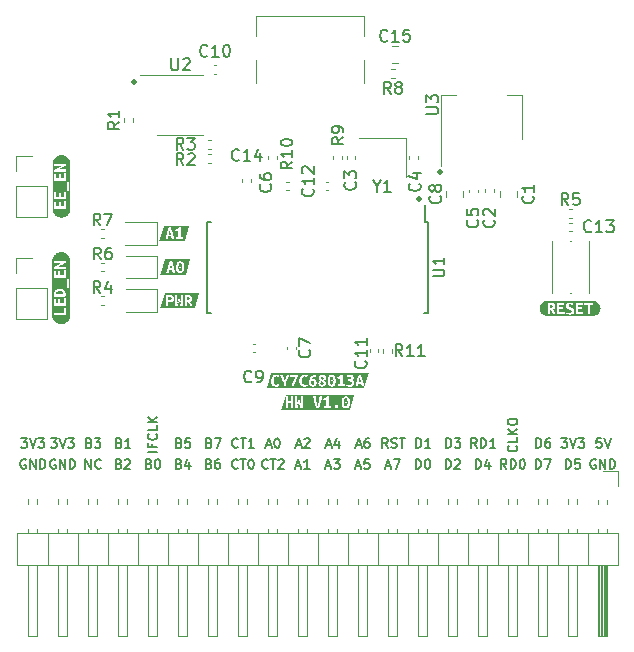
<source format=gbr>
%TF.GenerationSoftware,KiCad,Pcbnew,6.0.11-2627ca5db0~126~ubuntu20.04.1*%
%TF.CreationDate,2023-02-28T17:49:05+07:00*%
%TF.ProjectId,CY7C68013A-56-SSOP,43593743-3638-4303-9133-412d35362d53,rev?*%
%TF.SameCoordinates,Original*%
%TF.FileFunction,Legend,Top*%
%TF.FilePolarity,Positive*%
%FSLAX46Y46*%
G04 Gerber Fmt 4.6, Leading zero omitted, Abs format (unit mm)*
G04 Created by KiCad (PCBNEW 6.0.11-2627ca5db0~126~ubuntu20.04.1) date 2023-02-28 17:49:05*
%MOMM*%
%LPD*%
G01*
G04 APERTURE LIST*
%ADD10C,0.300000*%
%ADD11C,0.150000*%
%ADD12C,0.120000*%
G04 APERTURE END LIST*
D10*
X149336400Y-94102285D02*
X149431638Y-94197523D01*
X149336400Y-94292761D01*
X149241161Y-94197523D01*
X149336400Y-94102285D01*
X149336400Y-94292761D01*
X151114400Y-91816285D02*
X151209638Y-91911523D01*
X151114400Y-92006761D01*
X151019161Y-91911523D01*
X151114400Y-91816285D01*
X151114400Y-92006761D01*
X125231800Y-84196285D02*
X125327038Y-84291523D01*
X125231800Y-84386761D01*
X125136561Y-84291523D01*
X125231800Y-84196285D01*
X125231800Y-84386761D01*
D11*
X134007104Y-115149914D02*
X133969009Y-115188009D01*
X133854723Y-115226104D01*
X133778533Y-115226104D01*
X133664247Y-115188009D01*
X133588057Y-115111819D01*
X133549961Y-115035628D01*
X133511866Y-114883247D01*
X133511866Y-114768961D01*
X133549961Y-114616580D01*
X133588057Y-114540390D01*
X133664247Y-114464200D01*
X133778533Y-114426104D01*
X133854723Y-114426104D01*
X133969009Y-114464200D01*
X134007104Y-114502295D01*
X134235676Y-114426104D02*
X134692819Y-114426104D01*
X134464247Y-115226104D02*
X134464247Y-114426104D01*
X135378533Y-115226104D02*
X134921390Y-115226104D01*
X135149961Y-115226104D02*
X135149961Y-114426104D01*
X135073771Y-114540390D01*
X134997580Y-114616580D01*
X134921390Y-114654676D01*
X123936390Y-116582057D02*
X124050676Y-116620152D01*
X124088771Y-116658247D01*
X124126866Y-116734438D01*
X124126866Y-116848723D01*
X124088771Y-116924914D01*
X124050676Y-116963009D01*
X123974485Y-117001104D01*
X123669723Y-117001104D01*
X123669723Y-116201104D01*
X123936390Y-116201104D01*
X124012580Y-116239200D01*
X124050676Y-116277295D01*
X124088771Y-116353485D01*
X124088771Y-116429676D01*
X124050676Y-116505866D01*
X124012580Y-116543961D01*
X123936390Y-116582057D01*
X123669723Y-116582057D01*
X124431628Y-116277295D02*
X124469723Y-116239200D01*
X124545914Y-116201104D01*
X124736390Y-116201104D01*
X124812580Y-116239200D01*
X124850676Y-116277295D01*
X124888771Y-116353485D01*
X124888771Y-116429676D01*
X124850676Y-116543961D01*
X124393533Y-117001104D01*
X124888771Y-117001104D01*
X164290676Y-116239200D02*
X164214485Y-116201104D01*
X164100200Y-116201104D01*
X163985914Y-116239200D01*
X163909723Y-116315390D01*
X163871628Y-116391580D01*
X163833533Y-116543961D01*
X163833533Y-116658247D01*
X163871628Y-116810628D01*
X163909723Y-116886819D01*
X163985914Y-116963009D01*
X164100200Y-117001104D01*
X164176390Y-117001104D01*
X164290676Y-116963009D01*
X164328771Y-116924914D01*
X164328771Y-116658247D01*
X164176390Y-116658247D01*
X164671628Y-117001104D02*
X164671628Y-116201104D01*
X165128771Y-117001104D01*
X165128771Y-116201104D01*
X165509723Y-117001104D02*
X165509723Y-116201104D01*
X165700200Y-116201104D01*
X165814485Y-116239200D01*
X165890676Y-116315390D01*
X165928771Y-116391580D01*
X165966866Y-116543961D01*
X165966866Y-116658247D01*
X165928771Y-116810628D01*
X165890676Y-116886819D01*
X165814485Y-116963009D01*
X165700200Y-117001104D01*
X165509723Y-117001104D01*
X116035676Y-116239200D02*
X115959485Y-116201104D01*
X115845200Y-116201104D01*
X115730914Y-116239200D01*
X115654723Y-116315390D01*
X115616628Y-116391580D01*
X115578533Y-116543961D01*
X115578533Y-116658247D01*
X115616628Y-116810628D01*
X115654723Y-116886819D01*
X115730914Y-116963009D01*
X115845200Y-117001104D01*
X115921390Y-117001104D01*
X116035676Y-116963009D01*
X116073771Y-116924914D01*
X116073771Y-116658247D01*
X115921390Y-116658247D01*
X116416628Y-117001104D02*
X116416628Y-116201104D01*
X116873771Y-117001104D01*
X116873771Y-116201104D01*
X117254723Y-117001104D02*
X117254723Y-116201104D01*
X117445200Y-116201104D01*
X117559485Y-116239200D01*
X117635676Y-116315390D01*
X117673771Y-116391580D01*
X117711866Y-116543961D01*
X117711866Y-116658247D01*
X117673771Y-116810628D01*
X117635676Y-116886819D01*
X117559485Y-116963009D01*
X117445200Y-117001104D01*
X117254723Y-117001104D01*
X131556390Y-116582057D02*
X131670676Y-116620152D01*
X131708771Y-116658247D01*
X131746866Y-116734438D01*
X131746866Y-116848723D01*
X131708771Y-116924914D01*
X131670676Y-116963009D01*
X131594485Y-117001104D01*
X131289723Y-117001104D01*
X131289723Y-116201104D01*
X131556390Y-116201104D01*
X131632580Y-116239200D01*
X131670676Y-116277295D01*
X131708771Y-116353485D01*
X131708771Y-116429676D01*
X131670676Y-116505866D01*
X131632580Y-116543961D01*
X131556390Y-116582057D01*
X131289723Y-116582057D01*
X132432580Y-116201104D02*
X132280200Y-116201104D01*
X132204009Y-116239200D01*
X132165914Y-116277295D01*
X132089723Y-116391580D01*
X132051628Y-116543961D01*
X132051628Y-116848723D01*
X132089723Y-116924914D01*
X132127819Y-116963009D01*
X132204009Y-117001104D01*
X132356390Y-117001104D01*
X132432580Y-116963009D01*
X132470676Y-116924914D01*
X132508771Y-116848723D01*
X132508771Y-116658247D01*
X132470676Y-116582057D01*
X132432580Y-116543961D01*
X132356390Y-116505866D01*
X132204009Y-116505866D01*
X132127819Y-116543961D01*
X132089723Y-116582057D01*
X132051628Y-116658247D01*
X141493771Y-114997533D02*
X141874723Y-114997533D01*
X141417580Y-115226104D02*
X141684247Y-114426104D01*
X141950914Y-115226104D01*
X142560438Y-114692771D02*
X142560438Y-115226104D01*
X142369961Y-114388009D02*
X142179485Y-114959438D01*
X142674723Y-114959438D01*
X141468771Y-116772533D02*
X141849723Y-116772533D01*
X141392580Y-117001104D02*
X141659247Y-116201104D01*
X141925914Y-117001104D01*
X142116390Y-116201104D02*
X142611628Y-116201104D01*
X142344961Y-116505866D01*
X142459247Y-116505866D01*
X142535438Y-116543961D01*
X142573533Y-116582057D01*
X142611628Y-116658247D01*
X142611628Y-116848723D01*
X142573533Y-116924914D01*
X142535438Y-116963009D01*
X142459247Y-117001104D01*
X142230676Y-117001104D01*
X142154485Y-116963009D01*
X142116390Y-116924914D01*
X144033771Y-114997533D02*
X144414723Y-114997533D01*
X143957580Y-115226104D02*
X144224247Y-114426104D01*
X144490914Y-115226104D01*
X145100438Y-114426104D02*
X144948057Y-114426104D01*
X144871866Y-114464200D01*
X144833771Y-114502295D01*
X144757580Y-114616580D01*
X144719485Y-114768961D01*
X144719485Y-115073723D01*
X144757580Y-115149914D01*
X144795676Y-115188009D01*
X144871866Y-115226104D01*
X145024247Y-115226104D01*
X145100438Y-115188009D01*
X145138533Y-115149914D01*
X145176628Y-115073723D01*
X145176628Y-114883247D01*
X145138533Y-114807057D01*
X145100438Y-114768961D01*
X145024247Y-114730866D01*
X144871866Y-114730866D01*
X144795676Y-114768961D01*
X144757580Y-114807057D01*
X144719485Y-114883247D01*
X146548771Y-116772533D02*
X146929723Y-116772533D01*
X146472580Y-117001104D02*
X146739247Y-116201104D01*
X147005914Y-117001104D01*
X147196390Y-116201104D02*
X147729723Y-116201104D01*
X147386866Y-117001104D01*
X121421390Y-114807057D02*
X121535676Y-114845152D01*
X121573771Y-114883247D01*
X121611866Y-114959438D01*
X121611866Y-115073723D01*
X121573771Y-115149914D01*
X121535676Y-115188009D01*
X121459485Y-115226104D01*
X121154723Y-115226104D01*
X121154723Y-114426104D01*
X121421390Y-114426104D01*
X121497580Y-114464200D01*
X121535676Y-114502295D01*
X121573771Y-114578485D01*
X121573771Y-114654676D01*
X121535676Y-114730866D01*
X121497580Y-114768961D01*
X121421390Y-114807057D01*
X121154723Y-114807057D01*
X121878533Y-114426104D02*
X122373771Y-114426104D01*
X122107104Y-114730866D01*
X122221390Y-114730866D01*
X122297580Y-114768961D01*
X122335676Y-114807057D01*
X122373771Y-114883247D01*
X122373771Y-115073723D01*
X122335676Y-115149914D01*
X122297580Y-115188009D01*
X122221390Y-115226104D01*
X121992819Y-115226104D01*
X121916628Y-115188009D01*
X121878533Y-115149914D01*
X151634723Y-115226104D02*
X151634723Y-114426104D01*
X151825200Y-114426104D01*
X151939485Y-114464200D01*
X152015676Y-114540390D01*
X152053771Y-114616580D01*
X152091866Y-114768961D01*
X152091866Y-114883247D01*
X152053771Y-115035628D01*
X152015676Y-115111819D01*
X151939485Y-115188009D01*
X151825200Y-115226104D01*
X151634723Y-115226104D01*
X152358533Y-114426104D02*
X152853771Y-114426104D01*
X152587104Y-114730866D01*
X152701390Y-114730866D01*
X152777580Y-114768961D01*
X152815676Y-114807057D01*
X152853771Y-114883247D01*
X152853771Y-115073723D01*
X152815676Y-115149914D01*
X152777580Y-115188009D01*
X152701390Y-115226104D01*
X152472819Y-115226104D01*
X152396628Y-115188009D01*
X152358533Y-115149914D01*
X129016390Y-116582057D02*
X129130676Y-116620152D01*
X129168771Y-116658247D01*
X129206866Y-116734438D01*
X129206866Y-116848723D01*
X129168771Y-116924914D01*
X129130676Y-116963009D01*
X129054485Y-117001104D01*
X128749723Y-117001104D01*
X128749723Y-116201104D01*
X129016390Y-116201104D01*
X129092580Y-116239200D01*
X129130676Y-116277295D01*
X129168771Y-116353485D01*
X129168771Y-116429676D01*
X129130676Y-116505866D01*
X129092580Y-116543961D01*
X129016390Y-116582057D01*
X128749723Y-116582057D01*
X129892580Y-116467771D02*
X129892580Y-117001104D01*
X129702104Y-116163009D02*
X129511628Y-116734438D01*
X130006866Y-116734438D01*
X144008771Y-116772533D02*
X144389723Y-116772533D01*
X143932580Y-117001104D02*
X144199247Y-116201104D01*
X144465914Y-117001104D01*
X145113533Y-116201104D02*
X144732580Y-116201104D01*
X144694485Y-116582057D01*
X144732580Y-116543961D01*
X144808771Y-116505866D01*
X144999247Y-116505866D01*
X145075438Y-116543961D01*
X145113533Y-116582057D01*
X145151628Y-116658247D01*
X145151628Y-116848723D01*
X145113533Y-116924914D01*
X145075438Y-116963009D01*
X144999247Y-117001104D01*
X144808771Y-117001104D01*
X144732580Y-116963009D01*
X144694485Y-116924914D01*
X118179723Y-114426104D02*
X118674961Y-114426104D01*
X118408295Y-114730866D01*
X118522580Y-114730866D01*
X118598771Y-114768961D01*
X118636866Y-114807057D01*
X118674961Y-114883247D01*
X118674961Y-115073723D01*
X118636866Y-115149914D01*
X118598771Y-115188009D01*
X118522580Y-115226104D01*
X118294009Y-115226104D01*
X118217819Y-115188009D01*
X118179723Y-115149914D01*
X118903533Y-114426104D02*
X119170200Y-115226104D01*
X119436866Y-114426104D01*
X119627342Y-114426104D02*
X120122580Y-114426104D01*
X119855914Y-114730866D01*
X119970200Y-114730866D01*
X120046390Y-114768961D01*
X120084485Y-114807057D01*
X120122580Y-114883247D01*
X120122580Y-115073723D01*
X120084485Y-115149914D01*
X120046390Y-115188009D01*
X119970200Y-115226104D01*
X119741628Y-115226104D01*
X119665438Y-115188009D01*
X119627342Y-115149914D01*
X146707104Y-115226104D02*
X146440438Y-114845152D01*
X146249961Y-115226104D02*
X146249961Y-114426104D01*
X146554723Y-114426104D01*
X146630914Y-114464200D01*
X146669009Y-114502295D01*
X146707104Y-114578485D01*
X146707104Y-114692771D01*
X146669009Y-114768961D01*
X146630914Y-114807057D01*
X146554723Y-114845152D01*
X146249961Y-114845152D01*
X147011866Y-115188009D02*
X147126152Y-115226104D01*
X147316628Y-115226104D01*
X147392819Y-115188009D01*
X147430914Y-115149914D01*
X147469009Y-115073723D01*
X147469009Y-114997533D01*
X147430914Y-114921342D01*
X147392819Y-114883247D01*
X147316628Y-114845152D01*
X147164247Y-114807057D01*
X147088057Y-114768961D01*
X147049961Y-114730866D01*
X147011866Y-114654676D01*
X147011866Y-114578485D01*
X147049961Y-114502295D01*
X147088057Y-114464200D01*
X147164247Y-114426104D01*
X147354723Y-114426104D01*
X147469009Y-114464200D01*
X147697580Y-114426104D02*
X148154723Y-114426104D01*
X147926152Y-115226104D02*
X147926152Y-114426104D01*
X138953771Y-114997533D02*
X139334723Y-114997533D01*
X138877580Y-115226104D02*
X139144247Y-114426104D01*
X139410914Y-115226104D01*
X139639485Y-114502295D02*
X139677580Y-114464200D01*
X139753771Y-114426104D01*
X139944247Y-114426104D01*
X140020438Y-114464200D01*
X140058533Y-114502295D01*
X140096628Y-114578485D01*
X140096628Y-114654676D01*
X140058533Y-114768961D01*
X139601390Y-115226104D01*
X140096628Y-115226104D01*
X136413771Y-114997533D02*
X136794723Y-114997533D01*
X136337580Y-115226104D02*
X136604247Y-114426104D01*
X136870914Y-115226104D01*
X137289961Y-114426104D02*
X137366152Y-114426104D01*
X137442342Y-114464200D01*
X137480438Y-114502295D01*
X137518533Y-114578485D01*
X137556628Y-114730866D01*
X137556628Y-114921342D01*
X137518533Y-115073723D01*
X137480438Y-115149914D01*
X137442342Y-115188009D01*
X137366152Y-115226104D01*
X137289961Y-115226104D01*
X137213771Y-115188009D01*
X137175676Y-115149914D01*
X137137580Y-115073723D01*
X137099485Y-114921342D01*
X137099485Y-114730866D01*
X137137580Y-114578485D01*
X137175676Y-114502295D01*
X137213771Y-114464200D01*
X137289961Y-114426104D01*
X154149723Y-117001104D02*
X154149723Y-116201104D01*
X154340200Y-116201104D01*
X154454485Y-116239200D01*
X154530676Y-116315390D01*
X154568771Y-116391580D01*
X154606866Y-116543961D01*
X154606866Y-116658247D01*
X154568771Y-116810628D01*
X154530676Y-116886819D01*
X154454485Y-116963009D01*
X154340200Y-117001104D01*
X154149723Y-117001104D01*
X155292580Y-116467771D02*
X155292580Y-117001104D01*
X155102104Y-116163009D02*
X154911628Y-116734438D01*
X155406866Y-116734438D01*
X149094723Y-115226104D02*
X149094723Y-114426104D01*
X149285200Y-114426104D01*
X149399485Y-114464200D01*
X149475676Y-114540390D01*
X149513771Y-114616580D01*
X149551866Y-114768961D01*
X149551866Y-114883247D01*
X149513771Y-115035628D01*
X149475676Y-115111819D01*
X149399485Y-115188009D01*
X149285200Y-115226104D01*
X149094723Y-115226104D01*
X150313771Y-115226104D02*
X149856628Y-115226104D01*
X150085200Y-115226104D02*
X150085200Y-114426104D01*
X150009009Y-114540390D01*
X149932819Y-114616580D01*
X149856628Y-114654676D01*
X151609723Y-117001104D02*
X151609723Y-116201104D01*
X151800200Y-116201104D01*
X151914485Y-116239200D01*
X151990676Y-116315390D01*
X152028771Y-116391580D01*
X152066866Y-116543961D01*
X152066866Y-116658247D01*
X152028771Y-116810628D01*
X151990676Y-116886819D01*
X151914485Y-116963009D01*
X151800200Y-117001104D01*
X151609723Y-117001104D01*
X152371628Y-116277295D02*
X152409723Y-116239200D01*
X152485914Y-116201104D01*
X152676390Y-116201104D01*
X152752580Y-116239200D01*
X152790676Y-116277295D01*
X152828771Y-116353485D01*
X152828771Y-116429676D01*
X152790676Y-116543961D01*
X152333533Y-117001104D01*
X152828771Y-117001104D01*
X118560676Y-116239200D02*
X118484485Y-116201104D01*
X118370200Y-116201104D01*
X118255914Y-116239200D01*
X118179723Y-116315390D01*
X118141628Y-116391580D01*
X118103533Y-116543961D01*
X118103533Y-116658247D01*
X118141628Y-116810628D01*
X118179723Y-116886819D01*
X118255914Y-116963009D01*
X118370200Y-117001104D01*
X118446390Y-117001104D01*
X118560676Y-116963009D01*
X118598771Y-116924914D01*
X118598771Y-116658247D01*
X118446390Y-116658247D01*
X118941628Y-117001104D02*
X118941628Y-116201104D01*
X119398771Y-117001104D01*
X119398771Y-116201104D01*
X119779723Y-117001104D02*
X119779723Y-116201104D01*
X119970200Y-116201104D01*
X120084485Y-116239200D01*
X120160676Y-116315390D01*
X120198771Y-116391580D01*
X120236866Y-116543961D01*
X120236866Y-116658247D01*
X120198771Y-116810628D01*
X120160676Y-116886819D01*
X120084485Y-116963009D01*
X119970200Y-117001104D01*
X119779723Y-117001104D01*
X129041390Y-114807057D02*
X129155676Y-114845152D01*
X129193771Y-114883247D01*
X129231866Y-114959438D01*
X129231866Y-115073723D01*
X129193771Y-115149914D01*
X129155676Y-115188009D01*
X129079485Y-115226104D01*
X128774723Y-115226104D01*
X128774723Y-114426104D01*
X129041390Y-114426104D01*
X129117580Y-114464200D01*
X129155676Y-114502295D01*
X129193771Y-114578485D01*
X129193771Y-114654676D01*
X129155676Y-114730866D01*
X129117580Y-114768961D01*
X129041390Y-114807057D01*
X128774723Y-114807057D01*
X129955676Y-114426104D02*
X129574723Y-114426104D01*
X129536628Y-114807057D01*
X129574723Y-114768961D01*
X129650914Y-114730866D01*
X129841390Y-114730866D01*
X129917580Y-114768961D01*
X129955676Y-114807057D01*
X129993771Y-114883247D01*
X129993771Y-115073723D01*
X129955676Y-115149914D01*
X129917580Y-115188009D01*
X129841390Y-115226104D01*
X129650914Y-115226104D01*
X129574723Y-115188009D01*
X129536628Y-115149914D01*
X157580914Y-115049438D02*
X157619009Y-115087533D01*
X157657104Y-115201819D01*
X157657104Y-115278009D01*
X157619009Y-115392295D01*
X157542819Y-115468485D01*
X157466628Y-115506580D01*
X157314247Y-115544676D01*
X157199961Y-115544676D01*
X157047580Y-115506580D01*
X156971390Y-115468485D01*
X156895200Y-115392295D01*
X156857104Y-115278009D01*
X156857104Y-115201819D01*
X156895200Y-115087533D01*
X156933295Y-115049438D01*
X157657104Y-114325628D02*
X157657104Y-114706580D01*
X156857104Y-114706580D01*
X157657104Y-114058961D02*
X156857104Y-114058961D01*
X157657104Y-113601819D02*
X157199961Y-113944676D01*
X156857104Y-113601819D02*
X157314247Y-114058961D01*
X156857104Y-113106580D02*
X156857104Y-112954200D01*
X156895200Y-112878009D01*
X156971390Y-112801819D01*
X157123771Y-112763723D01*
X157390438Y-112763723D01*
X157542819Y-112801819D01*
X157619009Y-112878009D01*
X157657104Y-112954200D01*
X157657104Y-113106580D01*
X157619009Y-113182771D01*
X157542819Y-113258961D01*
X157390438Y-113297057D01*
X157123771Y-113297057D01*
X156971390Y-113258961D01*
X156895200Y-113182771D01*
X156857104Y-113106580D01*
X127182104Y-115580866D02*
X126382104Y-115580866D01*
X126763057Y-114933247D02*
X126763057Y-115199914D01*
X127182104Y-115199914D02*
X126382104Y-115199914D01*
X126382104Y-114818961D01*
X127105914Y-114057057D02*
X127144009Y-114095152D01*
X127182104Y-114209438D01*
X127182104Y-114285628D01*
X127144009Y-114399914D01*
X127067819Y-114476104D01*
X126991628Y-114514200D01*
X126839247Y-114552295D01*
X126724961Y-114552295D01*
X126572580Y-114514200D01*
X126496390Y-114476104D01*
X126420200Y-114399914D01*
X126382104Y-114285628D01*
X126382104Y-114209438D01*
X126420200Y-114095152D01*
X126458295Y-114057057D01*
X127182104Y-113333247D02*
X127182104Y-113714200D01*
X126382104Y-113714200D01*
X127182104Y-113066580D02*
X126382104Y-113066580D01*
X127182104Y-112609438D02*
X126724961Y-112952295D01*
X126382104Y-112609438D02*
X126839247Y-113066580D01*
X149069723Y-117001104D02*
X149069723Y-116201104D01*
X149260200Y-116201104D01*
X149374485Y-116239200D01*
X149450676Y-116315390D01*
X149488771Y-116391580D01*
X149526866Y-116543961D01*
X149526866Y-116658247D01*
X149488771Y-116810628D01*
X149450676Y-116886819D01*
X149374485Y-116963009D01*
X149260200Y-117001104D01*
X149069723Y-117001104D01*
X150022104Y-116201104D02*
X150098295Y-116201104D01*
X150174485Y-116239200D01*
X150212580Y-116277295D01*
X150250676Y-116353485D01*
X150288771Y-116505866D01*
X150288771Y-116696342D01*
X150250676Y-116848723D01*
X150212580Y-116924914D01*
X150174485Y-116963009D01*
X150098295Y-117001104D01*
X150022104Y-117001104D01*
X149945914Y-116963009D01*
X149907819Y-116924914D01*
X149869723Y-116848723D01*
X149831628Y-116696342D01*
X149831628Y-116505866D01*
X149869723Y-116353485D01*
X149907819Y-116277295D01*
X149945914Y-116239200D01*
X150022104Y-116201104D01*
X126476390Y-116582057D02*
X126590676Y-116620152D01*
X126628771Y-116658247D01*
X126666866Y-116734438D01*
X126666866Y-116848723D01*
X126628771Y-116924914D01*
X126590676Y-116963009D01*
X126514485Y-117001104D01*
X126209723Y-117001104D01*
X126209723Y-116201104D01*
X126476390Y-116201104D01*
X126552580Y-116239200D01*
X126590676Y-116277295D01*
X126628771Y-116353485D01*
X126628771Y-116429676D01*
X126590676Y-116505866D01*
X126552580Y-116543961D01*
X126476390Y-116582057D01*
X126209723Y-116582057D01*
X127162104Y-116201104D02*
X127238295Y-116201104D01*
X127314485Y-116239200D01*
X127352580Y-116277295D01*
X127390676Y-116353485D01*
X127428771Y-116505866D01*
X127428771Y-116696342D01*
X127390676Y-116848723D01*
X127352580Y-116924914D01*
X127314485Y-116963009D01*
X127238295Y-117001104D01*
X127162104Y-117001104D01*
X127085914Y-116963009D01*
X127047819Y-116924914D01*
X127009723Y-116848723D01*
X126971628Y-116696342D01*
X126971628Y-116505866D01*
X127009723Y-116353485D01*
X127047819Y-116277295D01*
X127085914Y-116239200D01*
X127162104Y-116201104D01*
X164772819Y-114426104D02*
X164391866Y-114426104D01*
X164353771Y-114807057D01*
X164391866Y-114768961D01*
X164468057Y-114730866D01*
X164658533Y-114730866D01*
X164734723Y-114768961D01*
X164772819Y-114807057D01*
X164810914Y-114883247D01*
X164810914Y-115073723D01*
X164772819Y-115149914D01*
X164734723Y-115188009D01*
X164658533Y-115226104D01*
X164468057Y-115226104D01*
X164391866Y-115188009D01*
X164353771Y-115149914D01*
X165039485Y-114426104D02*
X165306152Y-115226104D01*
X165572819Y-114426104D01*
X159254723Y-115226104D02*
X159254723Y-114426104D01*
X159445200Y-114426104D01*
X159559485Y-114464200D01*
X159635676Y-114540390D01*
X159673771Y-114616580D01*
X159711866Y-114768961D01*
X159711866Y-114883247D01*
X159673771Y-115035628D01*
X159635676Y-115111819D01*
X159559485Y-115188009D01*
X159445200Y-115226104D01*
X159254723Y-115226104D01*
X160397580Y-114426104D02*
X160245200Y-114426104D01*
X160169009Y-114464200D01*
X160130914Y-114502295D01*
X160054723Y-114616580D01*
X160016628Y-114768961D01*
X160016628Y-115073723D01*
X160054723Y-115149914D01*
X160092819Y-115188009D01*
X160169009Y-115226104D01*
X160321390Y-115226104D01*
X160397580Y-115188009D01*
X160435676Y-115149914D01*
X160473771Y-115073723D01*
X160473771Y-114883247D01*
X160435676Y-114807057D01*
X160397580Y-114768961D01*
X160321390Y-114730866D01*
X160169009Y-114730866D01*
X160092819Y-114768961D01*
X160054723Y-114807057D01*
X160016628Y-114883247D01*
X154231866Y-115226104D02*
X153965200Y-114845152D01*
X153774723Y-115226104D02*
X153774723Y-114426104D01*
X154079485Y-114426104D01*
X154155676Y-114464200D01*
X154193771Y-114502295D01*
X154231866Y-114578485D01*
X154231866Y-114692771D01*
X154193771Y-114768961D01*
X154155676Y-114807057D01*
X154079485Y-114845152D01*
X153774723Y-114845152D01*
X154574723Y-115226104D02*
X154574723Y-114426104D01*
X154765200Y-114426104D01*
X154879485Y-114464200D01*
X154955676Y-114540390D01*
X154993771Y-114616580D01*
X155031866Y-114768961D01*
X155031866Y-114883247D01*
X154993771Y-115035628D01*
X154955676Y-115111819D01*
X154879485Y-115188009D01*
X154765200Y-115226104D01*
X154574723Y-115226104D01*
X155793771Y-115226104D02*
X155336628Y-115226104D01*
X155565200Y-115226104D02*
X155565200Y-114426104D01*
X155489009Y-114540390D01*
X155412819Y-114616580D01*
X155336628Y-114654676D01*
X156746866Y-117001104D02*
X156480200Y-116620152D01*
X156289723Y-117001104D02*
X156289723Y-116201104D01*
X156594485Y-116201104D01*
X156670676Y-116239200D01*
X156708771Y-116277295D01*
X156746866Y-116353485D01*
X156746866Y-116467771D01*
X156708771Y-116543961D01*
X156670676Y-116582057D01*
X156594485Y-116620152D01*
X156289723Y-116620152D01*
X157089723Y-117001104D02*
X157089723Y-116201104D01*
X157280200Y-116201104D01*
X157394485Y-116239200D01*
X157470676Y-116315390D01*
X157508771Y-116391580D01*
X157546866Y-116543961D01*
X157546866Y-116658247D01*
X157508771Y-116810628D01*
X157470676Y-116886819D01*
X157394485Y-116963009D01*
X157280200Y-117001104D01*
X157089723Y-117001104D01*
X158042104Y-116201104D02*
X158118295Y-116201104D01*
X158194485Y-116239200D01*
X158232580Y-116277295D01*
X158270676Y-116353485D01*
X158308771Y-116505866D01*
X158308771Y-116696342D01*
X158270676Y-116848723D01*
X158232580Y-116924914D01*
X158194485Y-116963009D01*
X158118295Y-117001104D01*
X158042104Y-117001104D01*
X157965914Y-116963009D01*
X157927819Y-116924914D01*
X157889723Y-116848723D01*
X157851628Y-116696342D01*
X157851628Y-116505866D01*
X157889723Y-116353485D01*
X157927819Y-116277295D01*
X157965914Y-116239200D01*
X158042104Y-116201104D01*
X133982104Y-116924914D02*
X133944009Y-116963009D01*
X133829723Y-117001104D01*
X133753533Y-117001104D01*
X133639247Y-116963009D01*
X133563057Y-116886819D01*
X133524961Y-116810628D01*
X133486866Y-116658247D01*
X133486866Y-116543961D01*
X133524961Y-116391580D01*
X133563057Y-116315390D01*
X133639247Y-116239200D01*
X133753533Y-116201104D01*
X133829723Y-116201104D01*
X133944009Y-116239200D01*
X133982104Y-116277295D01*
X134210676Y-116201104D02*
X134667819Y-116201104D01*
X134439247Y-117001104D02*
X134439247Y-116201104D01*
X135086866Y-116201104D02*
X135163057Y-116201104D01*
X135239247Y-116239200D01*
X135277342Y-116277295D01*
X135315438Y-116353485D01*
X135353533Y-116505866D01*
X135353533Y-116696342D01*
X135315438Y-116848723D01*
X135277342Y-116924914D01*
X135239247Y-116963009D01*
X135163057Y-117001104D01*
X135086866Y-117001104D01*
X135010676Y-116963009D01*
X134972580Y-116924914D01*
X134934485Y-116848723D01*
X134896390Y-116696342D01*
X134896390Y-116505866D01*
X134934485Y-116353485D01*
X134972580Y-116277295D01*
X135010676Y-116239200D01*
X135086866Y-116201104D01*
X159229723Y-117001104D02*
X159229723Y-116201104D01*
X159420200Y-116201104D01*
X159534485Y-116239200D01*
X159610676Y-116315390D01*
X159648771Y-116391580D01*
X159686866Y-116543961D01*
X159686866Y-116658247D01*
X159648771Y-116810628D01*
X159610676Y-116886819D01*
X159534485Y-116963009D01*
X159420200Y-117001104D01*
X159229723Y-117001104D01*
X159953533Y-116201104D02*
X160486866Y-116201104D01*
X160144009Y-117001104D01*
X131581390Y-114807057D02*
X131695676Y-114845152D01*
X131733771Y-114883247D01*
X131771866Y-114959438D01*
X131771866Y-115073723D01*
X131733771Y-115149914D01*
X131695676Y-115188009D01*
X131619485Y-115226104D01*
X131314723Y-115226104D01*
X131314723Y-114426104D01*
X131581390Y-114426104D01*
X131657580Y-114464200D01*
X131695676Y-114502295D01*
X131733771Y-114578485D01*
X131733771Y-114654676D01*
X131695676Y-114730866D01*
X131657580Y-114768961D01*
X131581390Y-114807057D01*
X131314723Y-114807057D01*
X132038533Y-114426104D02*
X132571866Y-114426104D01*
X132229009Y-115226104D01*
X161769723Y-117001104D02*
X161769723Y-116201104D01*
X161960200Y-116201104D01*
X162074485Y-116239200D01*
X162150676Y-116315390D01*
X162188771Y-116391580D01*
X162226866Y-116543961D01*
X162226866Y-116658247D01*
X162188771Y-116810628D01*
X162150676Y-116886819D01*
X162074485Y-116963009D01*
X161960200Y-117001104D01*
X161769723Y-117001104D01*
X162950676Y-116201104D02*
X162569723Y-116201104D01*
X162531628Y-116582057D01*
X162569723Y-116543961D01*
X162645914Y-116505866D01*
X162836390Y-116505866D01*
X162912580Y-116543961D01*
X162950676Y-116582057D01*
X162988771Y-116658247D01*
X162988771Y-116848723D01*
X162950676Y-116924914D01*
X162912580Y-116963009D01*
X162836390Y-117001104D01*
X162645914Y-117001104D01*
X162569723Y-116963009D01*
X162531628Y-116924914D01*
X121091628Y-117001104D02*
X121091628Y-116201104D01*
X121548771Y-117001104D01*
X121548771Y-116201104D01*
X122386866Y-116924914D02*
X122348771Y-116963009D01*
X122234485Y-117001104D01*
X122158295Y-117001104D01*
X122044009Y-116963009D01*
X121967819Y-116886819D01*
X121929723Y-116810628D01*
X121891628Y-116658247D01*
X121891628Y-116543961D01*
X121929723Y-116391580D01*
X121967819Y-116315390D01*
X122044009Y-116239200D01*
X122158295Y-116201104D01*
X122234485Y-116201104D01*
X122348771Y-116239200D01*
X122386866Y-116277295D01*
X123961390Y-114807057D02*
X124075676Y-114845152D01*
X124113771Y-114883247D01*
X124151866Y-114959438D01*
X124151866Y-115073723D01*
X124113771Y-115149914D01*
X124075676Y-115188009D01*
X123999485Y-115226104D01*
X123694723Y-115226104D01*
X123694723Y-114426104D01*
X123961390Y-114426104D01*
X124037580Y-114464200D01*
X124075676Y-114502295D01*
X124113771Y-114578485D01*
X124113771Y-114654676D01*
X124075676Y-114730866D01*
X124037580Y-114768961D01*
X123961390Y-114807057D01*
X123694723Y-114807057D01*
X124913771Y-115226104D02*
X124456628Y-115226104D01*
X124685200Y-115226104D02*
X124685200Y-114426104D01*
X124609009Y-114540390D01*
X124532819Y-114616580D01*
X124456628Y-114654676D01*
X161394723Y-114426104D02*
X161889961Y-114426104D01*
X161623295Y-114730866D01*
X161737580Y-114730866D01*
X161813771Y-114768961D01*
X161851866Y-114807057D01*
X161889961Y-114883247D01*
X161889961Y-115073723D01*
X161851866Y-115149914D01*
X161813771Y-115188009D01*
X161737580Y-115226104D01*
X161509009Y-115226104D01*
X161432819Y-115188009D01*
X161394723Y-115149914D01*
X162118533Y-114426104D02*
X162385200Y-115226104D01*
X162651866Y-114426104D01*
X162842342Y-114426104D02*
X163337580Y-114426104D01*
X163070914Y-114730866D01*
X163185200Y-114730866D01*
X163261390Y-114768961D01*
X163299485Y-114807057D01*
X163337580Y-114883247D01*
X163337580Y-115073723D01*
X163299485Y-115149914D01*
X163261390Y-115188009D01*
X163185200Y-115226104D01*
X162956628Y-115226104D01*
X162880438Y-115188009D01*
X162842342Y-115149914D01*
X115654723Y-114426104D02*
X116149961Y-114426104D01*
X115883295Y-114730866D01*
X115997580Y-114730866D01*
X116073771Y-114768961D01*
X116111866Y-114807057D01*
X116149961Y-114883247D01*
X116149961Y-115073723D01*
X116111866Y-115149914D01*
X116073771Y-115188009D01*
X115997580Y-115226104D01*
X115769009Y-115226104D01*
X115692819Y-115188009D01*
X115654723Y-115149914D01*
X116378533Y-114426104D02*
X116645200Y-115226104D01*
X116911866Y-114426104D01*
X117102342Y-114426104D02*
X117597580Y-114426104D01*
X117330914Y-114730866D01*
X117445200Y-114730866D01*
X117521390Y-114768961D01*
X117559485Y-114807057D01*
X117597580Y-114883247D01*
X117597580Y-115073723D01*
X117559485Y-115149914D01*
X117521390Y-115188009D01*
X117445200Y-115226104D01*
X117216628Y-115226104D01*
X117140438Y-115188009D01*
X117102342Y-115149914D01*
X138928771Y-116772533D02*
X139309723Y-116772533D01*
X138852580Y-117001104D02*
X139119247Y-116201104D01*
X139385914Y-117001104D01*
X140071628Y-117001104D02*
X139614485Y-117001104D01*
X139843057Y-117001104D02*
X139843057Y-116201104D01*
X139766866Y-116315390D01*
X139690676Y-116391580D01*
X139614485Y-116429676D01*
X136522104Y-116924914D02*
X136484009Y-116963009D01*
X136369723Y-117001104D01*
X136293533Y-117001104D01*
X136179247Y-116963009D01*
X136103057Y-116886819D01*
X136064961Y-116810628D01*
X136026866Y-116658247D01*
X136026866Y-116543961D01*
X136064961Y-116391580D01*
X136103057Y-116315390D01*
X136179247Y-116239200D01*
X136293533Y-116201104D01*
X136369723Y-116201104D01*
X136484009Y-116239200D01*
X136522104Y-116277295D01*
X136750676Y-116201104D02*
X137207819Y-116201104D01*
X136979247Y-117001104D02*
X136979247Y-116201104D01*
X137436390Y-116277295D02*
X137474485Y-116239200D01*
X137550676Y-116201104D01*
X137741152Y-116201104D01*
X137817342Y-116239200D01*
X137855438Y-116277295D01*
X137893533Y-116353485D01*
X137893533Y-116429676D01*
X137855438Y-116543961D01*
X137398295Y-117001104D01*
X137893533Y-117001104D01*
%TO.C,U3*%
X149972780Y-86944104D02*
X150782304Y-86944104D01*
X150877542Y-86896485D01*
X150925161Y-86848866D01*
X150972780Y-86753628D01*
X150972780Y-86563152D01*
X150925161Y-86467914D01*
X150877542Y-86420295D01*
X150782304Y-86372676D01*
X149972780Y-86372676D01*
X149972780Y-85991723D02*
X149972780Y-85372676D01*
X150353733Y-85706009D01*
X150353733Y-85563152D01*
X150401352Y-85467914D01*
X150448971Y-85420295D01*
X150544209Y-85372676D01*
X150782304Y-85372676D01*
X150877542Y-85420295D01*
X150925161Y-85467914D01*
X150972780Y-85563152D01*
X150972780Y-85848866D01*
X150925161Y-85944104D01*
X150877542Y-85991723D01*
%TO.C,C12*%
X140327342Y-93307057D02*
X140374961Y-93354676D01*
X140422580Y-93497533D01*
X140422580Y-93592771D01*
X140374961Y-93735628D01*
X140279723Y-93830866D01*
X140184485Y-93878485D01*
X139994009Y-93926104D01*
X139851152Y-93926104D01*
X139660676Y-93878485D01*
X139565438Y-93830866D01*
X139470200Y-93735628D01*
X139422580Y-93592771D01*
X139422580Y-93497533D01*
X139470200Y-93354676D01*
X139517819Y-93307057D01*
X140422580Y-92354676D02*
X140422580Y-92926104D01*
X140422580Y-92640390D02*
X139422580Y-92640390D01*
X139565438Y-92735628D01*
X139660676Y-92830866D01*
X139708295Y-92926104D01*
X139517819Y-91973723D02*
X139470200Y-91926104D01*
X139422580Y-91830866D01*
X139422580Y-91592771D01*
X139470200Y-91497533D01*
X139517819Y-91449914D01*
X139613057Y-91402295D01*
X139708295Y-91402295D01*
X139851152Y-91449914D01*
X140422580Y-92021342D01*
X140422580Y-91402295D01*
%TO.C,R1*%
X123982380Y-87636466D02*
X123506190Y-87969800D01*
X123982380Y-88207895D02*
X122982380Y-88207895D01*
X122982380Y-87826942D01*
X123030000Y-87731704D01*
X123077619Y-87684085D01*
X123172857Y-87636466D01*
X123315714Y-87636466D01*
X123410952Y-87684085D01*
X123458571Y-87731704D01*
X123506190Y-87826942D01*
X123506190Y-88207895D01*
X123982380Y-86684085D02*
X123982380Y-87255514D01*
X123982380Y-86969800D02*
X122982380Y-86969800D01*
X123125238Y-87065038D01*
X123220476Y-87160276D01*
X123268095Y-87255514D01*
%TO.C,U3*%
X149972780Y-86944104D02*
X150782304Y-86944104D01*
X150877542Y-86896485D01*
X150925161Y-86848866D01*
X150972780Y-86753628D01*
X150972780Y-86563152D01*
X150925161Y-86467914D01*
X150877542Y-86420295D01*
X150782304Y-86372676D01*
X149972780Y-86372676D01*
X149972780Y-85991723D02*
X149972780Y-85372676D01*
X150353733Y-85706009D01*
X150353733Y-85563152D01*
X150401352Y-85467914D01*
X150448971Y-85420295D01*
X150544209Y-85372676D01*
X150782304Y-85372676D01*
X150877542Y-85420295D01*
X150925161Y-85467914D01*
X150972780Y-85563152D01*
X150972780Y-85848866D01*
X150925161Y-85944104D01*
X150877542Y-85991723D01*
%TO.C,C11*%
X144802342Y-107882057D02*
X144849961Y-107929676D01*
X144897580Y-108072533D01*
X144897580Y-108167771D01*
X144849961Y-108310628D01*
X144754723Y-108405866D01*
X144659485Y-108453485D01*
X144469009Y-108501104D01*
X144326152Y-108501104D01*
X144135676Y-108453485D01*
X144040438Y-108405866D01*
X143945200Y-108310628D01*
X143897580Y-108167771D01*
X143897580Y-108072533D01*
X143945200Y-107929676D01*
X143992819Y-107882057D01*
X144897580Y-106929676D02*
X144897580Y-107501104D01*
X144897580Y-107215390D02*
X143897580Y-107215390D01*
X144040438Y-107310628D01*
X144135676Y-107405866D01*
X144183295Y-107501104D01*
X144897580Y-105977295D02*
X144897580Y-106548723D01*
X144897580Y-106263009D02*
X143897580Y-106263009D01*
X144040438Y-106358247D01*
X144135676Y-106453485D01*
X144183295Y-106548723D01*
%TO.C,R9*%
X142947580Y-88955866D02*
X142471390Y-89289200D01*
X142947580Y-89527295D02*
X141947580Y-89527295D01*
X141947580Y-89146342D01*
X141995200Y-89051104D01*
X142042819Y-89003485D01*
X142138057Y-88955866D01*
X142280914Y-88955866D01*
X142376152Y-89003485D01*
X142423771Y-89051104D01*
X142471390Y-89146342D01*
X142471390Y-89527295D01*
X142947580Y-88479676D02*
X142947580Y-88289200D01*
X142899961Y-88193961D01*
X142852342Y-88146342D01*
X142709485Y-88051104D01*
X142519009Y-88003485D01*
X142138057Y-88003485D01*
X142042819Y-88051104D01*
X141995200Y-88098723D01*
X141947580Y-88193961D01*
X141947580Y-88384438D01*
X141995200Y-88479676D01*
X142042819Y-88527295D01*
X142138057Y-88574914D01*
X142376152Y-88574914D01*
X142471390Y-88527295D01*
X142519009Y-88479676D01*
X142566628Y-88384438D01*
X142566628Y-88193961D01*
X142519009Y-88098723D01*
X142471390Y-88051104D01*
X142376152Y-88003485D01*
%TO.C,R10*%
X138622580Y-91007057D02*
X138146390Y-91340390D01*
X138622580Y-91578485D02*
X137622580Y-91578485D01*
X137622580Y-91197533D01*
X137670200Y-91102295D01*
X137717819Y-91054676D01*
X137813057Y-91007057D01*
X137955914Y-91007057D01*
X138051152Y-91054676D01*
X138098771Y-91102295D01*
X138146390Y-91197533D01*
X138146390Y-91578485D01*
X138622580Y-90054676D02*
X138622580Y-90626104D01*
X138622580Y-90340390D02*
X137622580Y-90340390D01*
X137765438Y-90435628D01*
X137860676Y-90530866D01*
X137908295Y-90626104D01*
X137622580Y-89435628D02*
X137622580Y-89340390D01*
X137670200Y-89245152D01*
X137717819Y-89197533D01*
X137813057Y-89149914D01*
X138003533Y-89102295D01*
X138241628Y-89102295D01*
X138432104Y-89149914D01*
X138527342Y-89197533D01*
X138574961Y-89245152D01*
X138622580Y-89340390D01*
X138622580Y-89435628D01*
X138574961Y-89530866D01*
X138527342Y-89578485D01*
X138432104Y-89626104D01*
X138241628Y-89673723D01*
X138003533Y-89673723D01*
X137813057Y-89626104D01*
X137717819Y-89578485D01*
X137670200Y-89530866D01*
X137622580Y-89435628D01*
%TO.C,C5*%
X154275342Y-95940866D02*
X154322961Y-95988485D01*
X154370580Y-96131342D01*
X154370580Y-96226580D01*
X154322961Y-96369438D01*
X154227723Y-96464676D01*
X154132485Y-96512295D01*
X153942009Y-96559914D01*
X153799152Y-96559914D01*
X153608676Y-96512295D01*
X153513438Y-96464676D01*
X153418200Y-96369438D01*
X153370580Y-96226580D01*
X153370580Y-96131342D01*
X153418200Y-95988485D01*
X153465819Y-95940866D01*
X153370580Y-95036104D02*
X153370580Y-95512295D01*
X153846771Y-95559914D01*
X153799152Y-95512295D01*
X153751533Y-95417057D01*
X153751533Y-95178961D01*
X153799152Y-95083723D01*
X153846771Y-95036104D01*
X153942009Y-94988485D01*
X154180104Y-94988485D01*
X154275342Y-95036104D01*
X154322961Y-95083723D01*
X154370580Y-95178961D01*
X154370580Y-95417057D01*
X154322961Y-95512295D01*
X154275342Y-95559914D01*
%TO.C,C15*%
X146667342Y-80741342D02*
X146619723Y-80788961D01*
X146476866Y-80836580D01*
X146381628Y-80836580D01*
X146238771Y-80788961D01*
X146143533Y-80693723D01*
X146095914Y-80598485D01*
X146048295Y-80408009D01*
X146048295Y-80265152D01*
X146095914Y-80074676D01*
X146143533Y-79979438D01*
X146238771Y-79884200D01*
X146381628Y-79836580D01*
X146476866Y-79836580D01*
X146619723Y-79884200D01*
X146667342Y-79931819D01*
X147619723Y-80836580D02*
X147048295Y-80836580D01*
X147334009Y-80836580D02*
X147334009Y-79836580D01*
X147238771Y-79979438D01*
X147143533Y-80074676D01*
X147048295Y-80122295D01*
X148524485Y-79836580D02*
X148048295Y-79836580D01*
X148000676Y-80312771D01*
X148048295Y-80265152D01*
X148143533Y-80217533D01*
X148381628Y-80217533D01*
X148476866Y-80265152D01*
X148524485Y-80312771D01*
X148572104Y-80408009D01*
X148572104Y-80646104D01*
X148524485Y-80741342D01*
X148476866Y-80788961D01*
X148381628Y-80836580D01*
X148143533Y-80836580D01*
X148048295Y-80788961D01*
X148000676Y-80741342D01*
%TO.C,R8*%
X146953533Y-85256580D02*
X146620200Y-84780390D01*
X146382104Y-85256580D02*
X146382104Y-84256580D01*
X146763057Y-84256580D01*
X146858295Y-84304200D01*
X146905914Y-84351819D01*
X146953533Y-84447057D01*
X146953533Y-84589914D01*
X146905914Y-84685152D01*
X146858295Y-84732771D01*
X146763057Y-84780390D01*
X146382104Y-84780390D01*
X147524961Y-84685152D02*
X147429723Y-84637533D01*
X147382104Y-84589914D01*
X147334485Y-84494676D01*
X147334485Y-84447057D01*
X147382104Y-84351819D01*
X147429723Y-84304200D01*
X147524961Y-84256580D01*
X147715438Y-84256580D01*
X147810676Y-84304200D01*
X147858295Y-84351819D01*
X147905914Y-84447057D01*
X147905914Y-84494676D01*
X147858295Y-84589914D01*
X147810676Y-84637533D01*
X147715438Y-84685152D01*
X147524961Y-84685152D01*
X147429723Y-84732771D01*
X147382104Y-84780390D01*
X147334485Y-84875628D01*
X147334485Y-85066104D01*
X147382104Y-85161342D01*
X147429723Y-85208961D01*
X147524961Y-85256580D01*
X147715438Y-85256580D01*
X147810676Y-85208961D01*
X147858295Y-85161342D01*
X147905914Y-85066104D01*
X147905914Y-84875628D01*
X147858295Y-84780390D01*
X147810676Y-84732771D01*
X147715438Y-84685152D01*
%TO.C,C9*%
X135139133Y-109602542D02*
X135091514Y-109650161D01*
X134948657Y-109697780D01*
X134853419Y-109697780D01*
X134710561Y-109650161D01*
X134615323Y-109554923D01*
X134567704Y-109459685D01*
X134520085Y-109269209D01*
X134520085Y-109126352D01*
X134567704Y-108935876D01*
X134615323Y-108840638D01*
X134710561Y-108745400D01*
X134853419Y-108697780D01*
X134948657Y-108697780D01*
X135091514Y-108745400D01*
X135139133Y-108793019D01*
X135615323Y-109697780D02*
X135805800Y-109697780D01*
X135901038Y-109650161D01*
X135948657Y-109602542D01*
X136043895Y-109459685D01*
X136091514Y-109269209D01*
X136091514Y-108888257D01*
X136043895Y-108793019D01*
X135996276Y-108745400D01*
X135901038Y-108697780D01*
X135710561Y-108697780D01*
X135615323Y-108745400D01*
X135567704Y-108793019D01*
X135520085Y-108888257D01*
X135520085Y-109126352D01*
X135567704Y-109221590D01*
X135615323Y-109269209D01*
X135710561Y-109316828D01*
X135901038Y-109316828D01*
X135996276Y-109269209D01*
X136043895Y-109221590D01*
X136091514Y-109126352D01*
%TO.C,C1*%
X158972342Y-93918066D02*
X159019961Y-93965685D01*
X159067580Y-94108542D01*
X159067580Y-94203780D01*
X159019961Y-94346638D01*
X158924723Y-94441876D01*
X158829485Y-94489495D01*
X158639009Y-94537114D01*
X158496152Y-94537114D01*
X158305676Y-94489495D01*
X158210438Y-94441876D01*
X158115200Y-94346638D01*
X158067580Y-94203780D01*
X158067580Y-94108542D01*
X158115200Y-93965685D01*
X158162819Y-93918066D01*
X159067580Y-92965685D02*
X159067580Y-93537114D01*
X159067580Y-93251400D02*
X158067580Y-93251400D01*
X158210438Y-93346638D01*
X158305676Y-93441876D01*
X158353295Y-93537114D01*
%TO.C,R3*%
X129398733Y-89987380D02*
X129065400Y-89511190D01*
X128827304Y-89987380D02*
X128827304Y-88987380D01*
X129208257Y-88987380D01*
X129303495Y-89035000D01*
X129351114Y-89082619D01*
X129398733Y-89177857D01*
X129398733Y-89320714D01*
X129351114Y-89415952D01*
X129303495Y-89463571D01*
X129208257Y-89511190D01*
X128827304Y-89511190D01*
X129732066Y-88987380D02*
X130351114Y-88987380D01*
X130017780Y-89368333D01*
X130160638Y-89368333D01*
X130255876Y-89415952D01*
X130303495Y-89463571D01*
X130351114Y-89558809D01*
X130351114Y-89796904D01*
X130303495Y-89892142D01*
X130255876Y-89939761D01*
X130160638Y-89987380D01*
X129874923Y-89987380D01*
X129779685Y-89939761D01*
X129732066Y-89892142D01*
%TO.C,Y1*%
X145769009Y-93090390D02*
X145769009Y-93566580D01*
X145435676Y-92566580D02*
X145769009Y-93090390D01*
X146102342Y-92566580D01*
X146959485Y-93566580D02*
X146388057Y-93566580D01*
X146673771Y-93566580D02*
X146673771Y-92566580D01*
X146578533Y-92709438D01*
X146483295Y-92804676D01*
X146388057Y-92852295D01*
%TO.C,R11*%
X147927342Y-107466580D02*
X147594009Y-106990390D01*
X147355914Y-107466580D02*
X147355914Y-106466580D01*
X147736866Y-106466580D01*
X147832104Y-106514200D01*
X147879723Y-106561819D01*
X147927342Y-106657057D01*
X147927342Y-106799914D01*
X147879723Y-106895152D01*
X147832104Y-106942771D01*
X147736866Y-106990390D01*
X147355914Y-106990390D01*
X148879723Y-107466580D02*
X148308295Y-107466580D01*
X148594009Y-107466580D02*
X148594009Y-106466580D01*
X148498771Y-106609438D01*
X148403533Y-106704676D01*
X148308295Y-106752295D01*
X149832104Y-107466580D02*
X149260676Y-107466580D01*
X149546390Y-107466580D02*
X149546390Y-106466580D01*
X149451152Y-106609438D01*
X149355914Y-106704676D01*
X149260676Y-106752295D01*
%TO.C,C6*%
X136752342Y-92930866D02*
X136799961Y-92978485D01*
X136847580Y-93121342D01*
X136847580Y-93216580D01*
X136799961Y-93359438D01*
X136704723Y-93454676D01*
X136609485Y-93502295D01*
X136419009Y-93549914D01*
X136276152Y-93549914D01*
X136085676Y-93502295D01*
X135990438Y-93454676D01*
X135895200Y-93359438D01*
X135847580Y-93216580D01*
X135847580Y-93121342D01*
X135895200Y-92978485D01*
X135942819Y-92930866D01*
X135847580Y-92073723D02*
X135847580Y-92264200D01*
X135895200Y-92359438D01*
X135942819Y-92407057D01*
X136085676Y-92502295D01*
X136276152Y-92549914D01*
X136657104Y-92549914D01*
X136752342Y-92502295D01*
X136799961Y-92454676D01*
X136847580Y-92359438D01*
X136847580Y-92168961D01*
X136799961Y-92073723D01*
X136752342Y-92026104D01*
X136657104Y-91978485D01*
X136419009Y-91978485D01*
X136323771Y-92026104D01*
X136276152Y-92073723D01*
X136228533Y-92168961D01*
X136228533Y-92359438D01*
X136276152Y-92454676D01*
X136323771Y-92502295D01*
X136419009Y-92549914D01*
%TO.C,C2*%
X155672342Y-95940866D02*
X155719961Y-95988485D01*
X155767580Y-96131342D01*
X155767580Y-96226580D01*
X155719961Y-96369438D01*
X155624723Y-96464676D01*
X155529485Y-96512295D01*
X155339009Y-96559914D01*
X155196152Y-96559914D01*
X155005676Y-96512295D01*
X154910438Y-96464676D01*
X154815200Y-96369438D01*
X154767580Y-96226580D01*
X154767580Y-96131342D01*
X154815200Y-95988485D01*
X154862819Y-95940866D01*
X154862819Y-95559914D02*
X154815200Y-95512295D01*
X154767580Y-95417057D01*
X154767580Y-95178961D01*
X154815200Y-95083723D01*
X154862819Y-95036104D01*
X154958057Y-94988485D01*
X155053295Y-94988485D01*
X155196152Y-95036104D01*
X155767580Y-95607533D01*
X155767580Y-94988485D01*
%TO.C,R5*%
X161986933Y-94660980D02*
X161653600Y-94184790D01*
X161415504Y-94660980D02*
X161415504Y-93660980D01*
X161796457Y-93660980D01*
X161891695Y-93708600D01*
X161939314Y-93756219D01*
X161986933Y-93851457D01*
X161986933Y-93994314D01*
X161939314Y-94089552D01*
X161891695Y-94137171D01*
X161796457Y-94184790D01*
X161415504Y-94184790D01*
X162891695Y-93660980D02*
X162415504Y-93660980D01*
X162367885Y-94137171D01*
X162415504Y-94089552D01*
X162510742Y-94041933D01*
X162748838Y-94041933D01*
X162844076Y-94089552D01*
X162891695Y-94137171D01*
X162939314Y-94232409D01*
X162939314Y-94470504D01*
X162891695Y-94565742D01*
X162844076Y-94613361D01*
X162748838Y-94660980D01*
X162510742Y-94660980D01*
X162415504Y-94613361D01*
X162367885Y-94565742D01*
%TO.C,C4*%
X149379342Y-92862866D02*
X149426961Y-92910485D01*
X149474580Y-93053342D01*
X149474580Y-93148580D01*
X149426961Y-93291438D01*
X149331723Y-93386676D01*
X149236485Y-93434295D01*
X149046009Y-93481914D01*
X148903152Y-93481914D01*
X148712676Y-93434295D01*
X148617438Y-93386676D01*
X148522200Y-93291438D01*
X148474580Y-93148580D01*
X148474580Y-93053342D01*
X148522200Y-92910485D01*
X148569819Y-92862866D01*
X148807914Y-92005723D02*
X149474580Y-92005723D01*
X148426961Y-92243819D02*
X149141247Y-92481914D01*
X149141247Y-91862866D01*
%TO.C,R4*%
X122368533Y-102126580D02*
X122035200Y-101650390D01*
X121797104Y-102126580D02*
X121797104Y-101126580D01*
X122178057Y-101126580D01*
X122273295Y-101174200D01*
X122320914Y-101221819D01*
X122368533Y-101317057D01*
X122368533Y-101459914D01*
X122320914Y-101555152D01*
X122273295Y-101602771D01*
X122178057Y-101650390D01*
X121797104Y-101650390D01*
X123225676Y-101459914D02*
X123225676Y-102126580D01*
X122987580Y-101078961D02*
X122749485Y-101793247D01*
X123368533Y-101793247D01*
%TO.C,R7*%
X122368533Y-96406580D02*
X122035200Y-95930390D01*
X121797104Y-96406580D02*
X121797104Y-95406580D01*
X122178057Y-95406580D01*
X122273295Y-95454200D01*
X122320914Y-95501819D01*
X122368533Y-95597057D01*
X122368533Y-95739914D01*
X122320914Y-95835152D01*
X122273295Y-95882771D01*
X122178057Y-95930390D01*
X121797104Y-95930390D01*
X122701866Y-95406580D02*
X123368533Y-95406580D01*
X122939961Y-96406580D01*
%TO.C,U1*%
X150494180Y-100710904D02*
X151303704Y-100710904D01*
X151398942Y-100663285D01*
X151446561Y-100615666D01*
X151494180Y-100520428D01*
X151494180Y-100329952D01*
X151446561Y-100234714D01*
X151398942Y-100187095D01*
X151303704Y-100139476D01*
X150494180Y-100139476D01*
X151494180Y-99139476D02*
X151494180Y-99710904D01*
X151494180Y-99425190D02*
X150494180Y-99425190D01*
X150637038Y-99520428D01*
X150732276Y-99615666D01*
X150779895Y-99710904D01*
%TO.C,C10*%
X131427342Y-82021342D02*
X131379723Y-82068961D01*
X131236866Y-82116580D01*
X131141628Y-82116580D01*
X130998771Y-82068961D01*
X130903533Y-81973723D01*
X130855914Y-81878485D01*
X130808295Y-81688009D01*
X130808295Y-81545152D01*
X130855914Y-81354676D01*
X130903533Y-81259438D01*
X130998771Y-81164200D01*
X131141628Y-81116580D01*
X131236866Y-81116580D01*
X131379723Y-81164200D01*
X131427342Y-81211819D01*
X132379723Y-82116580D02*
X131808295Y-82116580D01*
X132094009Y-82116580D02*
X132094009Y-81116580D01*
X131998771Y-81259438D01*
X131903533Y-81354676D01*
X131808295Y-81402295D01*
X132998771Y-81116580D02*
X133094009Y-81116580D01*
X133189247Y-81164200D01*
X133236866Y-81211819D01*
X133284485Y-81307057D01*
X133332104Y-81497533D01*
X133332104Y-81735628D01*
X133284485Y-81926104D01*
X133236866Y-82021342D01*
X133189247Y-82068961D01*
X133094009Y-82116580D01*
X132998771Y-82116580D01*
X132903533Y-82068961D01*
X132855914Y-82021342D01*
X132808295Y-81926104D01*
X132760676Y-81735628D01*
X132760676Y-81497533D01*
X132808295Y-81307057D01*
X132855914Y-81211819D01*
X132903533Y-81164200D01*
X132998771Y-81116580D01*
%TO.C,C13*%
X163923742Y-96877142D02*
X163876123Y-96924761D01*
X163733266Y-96972380D01*
X163638028Y-96972380D01*
X163495171Y-96924761D01*
X163399933Y-96829523D01*
X163352314Y-96734285D01*
X163304695Y-96543809D01*
X163304695Y-96400952D01*
X163352314Y-96210476D01*
X163399933Y-96115238D01*
X163495171Y-96020000D01*
X163638028Y-95972380D01*
X163733266Y-95972380D01*
X163876123Y-96020000D01*
X163923742Y-96067619D01*
X164876123Y-96972380D02*
X164304695Y-96972380D01*
X164590409Y-96972380D02*
X164590409Y-95972380D01*
X164495171Y-96115238D01*
X164399933Y-96210476D01*
X164304695Y-96258095D01*
X165209457Y-95972380D02*
X165828504Y-95972380D01*
X165495171Y-96353333D01*
X165638028Y-96353333D01*
X165733266Y-96400952D01*
X165780885Y-96448571D01*
X165828504Y-96543809D01*
X165828504Y-96781904D01*
X165780885Y-96877142D01*
X165733266Y-96924761D01*
X165638028Y-96972380D01*
X165352314Y-96972380D01*
X165257076Y-96924761D01*
X165209457Y-96877142D01*
%TO.C,R2*%
X129398733Y-91296580D02*
X129065400Y-90820390D01*
X128827304Y-91296580D02*
X128827304Y-90296580D01*
X129208257Y-90296580D01*
X129303495Y-90344200D01*
X129351114Y-90391819D01*
X129398733Y-90487057D01*
X129398733Y-90629914D01*
X129351114Y-90725152D01*
X129303495Y-90772771D01*
X129208257Y-90820390D01*
X128827304Y-90820390D01*
X129779685Y-90391819D02*
X129827304Y-90344200D01*
X129922542Y-90296580D01*
X130160638Y-90296580D01*
X130255876Y-90344200D01*
X130303495Y-90391819D01*
X130351114Y-90487057D01*
X130351114Y-90582295D01*
X130303495Y-90725152D01*
X129732066Y-91296580D01*
X130351114Y-91296580D01*
%TO.C,C3*%
X143927342Y-92761266D02*
X143974961Y-92808885D01*
X144022580Y-92951742D01*
X144022580Y-93046980D01*
X143974961Y-93189838D01*
X143879723Y-93285076D01*
X143784485Y-93332695D01*
X143594009Y-93380314D01*
X143451152Y-93380314D01*
X143260676Y-93332695D01*
X143165438Y-93285076D01*
X143070200Y-93189838D01*
X143022580Y-93046980D01*
X143022580Y-92951742D01*
X143070200Y-92808885D01*
X143117819Y-92761266D01*
X143022580Y-92427933D02*
X143022580Y-91808885D01*
X143403533Y-92142219D01*
X143403533Y-91999361D01*
X143451152Y-91904123D01*
X143498771Y-91856504D01*
X143594009Y-91808885D01*
X143832104Y-91808885D01*
X143927342Y-91856504D01*
X143974961Y-91904123D01*
X144022580Y-91999361D01*
X144022580Y-92285076D01*
X143974961Y-92380314D01*
X143927342Y-92427933D01*
%TO.C,C7*%
X140048742Y-106948266D02*
X140096361Y-106995885D01*
X140143980Y-107138742D01*
X140143980Y-107233980D01*
X140096361Y-107376838D01*
X140001123Y-107472076D01*
X139905885Y-107519695D01*
X139715409Y-107567314D01*
X139572552Y-107567314D01*
X139382076Y-107519695D01*
X139286838Y-107472076D01*
X139191600Y-107376838D01*
X139143980Y-107233980D01*
X139143980Y-107138742D01*
X139191600Y-106995885D01*
X139239219Y-106948266D01*
X139143980Y-106614933D02*
X139143980Y-105948266D01*
X140143980Y-106376838D01*
%TO.C,R6*%
X122378533Y-99286580D02*
X122045200Y-98810390D01*
X121807104Y-99286580D02*
X121807104Y-98286580D01*
X122188057Y-98286580D01*
X122283295Y-98334200D01*
X122330914Y-98381819D01*
X122378533Y-98477057D01*
X122378533Y-98619914D01*
X122330914Y-98715152D01*
X122283295Y-98762771D01*
X122188057Y-98810390D01*
X121807104Y-98810390D01*
X123235676Y-98286580D02*
X123045200Y-98286580D01*
X122949961Y-98334200D01*
X122902342Y-98381819D01*
X122807104Y-98524676D01*
X122759485Y-98715152D01*
X122759485Y-99096104D01*
X122807104Y-99191342D01*
X122854723Y-99238961D01*
X122949961Y-99286580D01*
X123140438Y-99286580D01*
X123235676Y-99238961D01*
X123283295Y-99191342D01*
X123330914Y-99096104D01*
X123330914Y-98858009D01*
X123283295Y-98762771D01*
X123235676Y-98715152D01*
X123140438Y-98667533D01*
X122949961Y-98667533D01*
X122854723Y-98715152D01*
X122807104Y-98762771D01*
X122759485Y-98858009D01*
%TO.C,U2*%
X128371695Y-82259980D02*
X128371695Y-83069504D01*
X128419314Y-83164742D01*
X128466933Y-83212361D01*
X128562171Y-83259980D01*
X128752647Y-83259980D01*
X128847885Y-83212361D01*
X128895504Y-83164742D01*
X128943123Y-83069504D01*
X128943123Y-82259980D01*
X129371695Y-82355219D02*
X129419314Y-82307600D01*
X129514552Y-82259980D01*
X129752647Y-82259980D01*
X129847885Y-82307600D01*
X129895504Y-82355219D01*
X129943123Y-82450457D01*
X129943123Y-82545695D01*
X129895504Y-82688552D01*
X129324076Y-83259980D01*
X129943123Y-83259980D01*
%TO.C,C14*%
X134102342Y-90846342D02*
X134054723Y-90893961D01*
X133911866Y-90941580D01*
X133816628Y-90941580D01*
X133673771Y-90893961D01*
X133578533Y-90798723D01*
X133530914Y-90703485D01*
X133483295Y-90513009D01*
X133483295Y-90370152D01*
X133530914Y-90179676D01*
X133578533Y-90084438D01*
X133673771Y-89989200D01*
X133816628Y-89941580D01*
X133911866Y-89941580D01*
X134054723Y-89989200D01*
X134102342Y-90036819D01*
X135054723Y-90941580D02*
X134483295Y-90941580D01*
X134769009Y-90941580D02*
X134769009Y-89941580D01*
X134673771Y-90084438D01*
X134578533Y-90179676D01*
X134483295Y-90227295D01*
X135911866Y-90274914D02*
X135911866Y-90941580D01*
X135673771Y-89893961D02*
X135435676Y-90608247D01*
X136054723Y-90608247D01*
%TO.C,C8*%
X151131542Y-93918066D02*
X151179161Y-93965685D01*
X151226780Y-94108542D01*
X151226780Y-94203780D01*
X151179161Y-94346638D01*
X151083923Y-94441876D01*
X150988685Y-94489495D01*
X150798209Y-94537114D01*
X150655352Y-94537114D01*
X150464876Y-94489495D01*
X150369638Y-94441876D01*
X150274400Y-94346638D01*
X150226780Y-94203780D01*
X150226780Y-94108542D01*
X150274400Y-93965685D01*
X150322019Y-93918066D01*
X150655352Y-93346638D02*
X150607733Y-93441876D01*
X150560114Y-93489495D01*
X150464876Y-93537114D01*
X150417257Y-93537114D01*
X150322019Y-93489495D01*
X150274400Y-93441876D01*
X150226780Y-93346638D01*
X150226780Y-93156161D01*
X150274400Y-93060923D01*
X150322019Y-93013304D01*
X150417257Y-92965685D01*
X150464876Y-92965685D01*
X150560114Y-93013304D01*
X150607733Y-93060923D01*
X150655352Y-93156161D01*
X150655352Y-93346638D01*
X150702971Y-93441876D01*
X150750590Y-93489495D01*
X150845828Y-93537114D01*
X151036304Y-93537114D01*
X151131542Y-93489495D01*
X151179161Y-93441876D01*
X151226780Y-93346638D01*
X151226780Y-93156161D01*
X151179161Y-93060923D01*
X151131542Y-93013304D01*
X151036304Y-92965685D01*
X150845828Y-92965685D01*
X150750590Y-93013304D01*
X150702971Y-93060923D01*
X150655352Y-93156161D01*
%TO.C,kibuzzard-63FDDA26*%
G36*
X130338523Y-103389779D02*
G01*
X127418370Y-103389779D01*
X127458057Y-103257488D01*
X127928169Y-103257488D01*
X128123431Y-103257488D01*
X128123431Y-102925700D01*
X128193281Y-102925700D01*
X128310668Y-102916969D01*
X128408828Y-102890775D01*
X128487762Y-102847119D01*
X128545530Y-102783883D01*
X128580190Y-102698952D01*
X128591744Y-102592325D01*
X128580278Y-102486756D01*
X128545883Y-102402883D01*
X128488556Y-102340706D01*
X128410416Y-102297932D01*
X128323230Y-102274825D01*
X128672706Y-102274825D01*
X128676278Y-102396070D01*
X128680644Y-102521681D01*
X128686002Y-102649078D01*
X128692550Y-102775681D01*
X128700289Y-102901094D01*
X128709219Y-103024919D01*
X128719537Y-103144577D01*
X128731444Y-103257488D01*
X128893369Y-103257488D01*
X128926706Y-103153109D01*
X128963219Y-103040000D01*
X129000525Y-102926891D01*
X129036244Y-102822513D01*
X129071169Y-102929867D01*
X129106094Y-103042381D01*
X129141019Y-103153705D01*
X129175944Y-103257488D01*
X129337869Y-103257488D01*
X129515669Y-103257488D01*
X129710931Y-103257488D01*
X129710931Y-102895538D01*
X129812531Y-102895538D01*
X129866308Y-102985430D01*
X129916513Y-103074131D01*
X129961955Y-103164023D01*
X130001444Y-103257488D01*
X130206231Y-103257488D01*
X130160988Y-103153506D01*
X130106219Y-103043969D01*
X130047481Y-102939194D01*
X129990331Y-102847913D01*
X130059784Y-102803066D01*
X130106219Y-102741550D01*
X130132413Y-102667731D01*
X130141144Y-102585975D01*
X130134595Y-102508783D01*
X130114950Y-102442306D01*
X130039544Y-102341500D01*
X129985569Y-102306972D01*
X129922069Y-102282762D01*
X129849838Y-102268475D01*
X129769669Y-102263712D01*
X129714106Y-102265300D01*
X129647431Y-102269269D01*
X129578375Y-102277206D01*
X129515669Y-102289112D01*
X129515669Y-103257488D01*
X129337869Y-103257488D01*
X129348386Y-103144775D01*
X129357713Y-103025713D01*
X129365848Y-102902483D01*
X129372794Y-102777269D01*
X129378747Y-102650666D01*
X129383906Y-102523269D01*
X129388669Y-102397261D01*
X129393431Y-102274825D01*
X129212456Y-102274825D01*
X129212853Y-102370273D01*
X129214044Y-102469294D01*
X129215631Y-102569505D01*
X129217219Y-102668525D01*
X129218806Y-102765958D01*
X129220394Y-102861406D01*
X129221584Y-102952886D01*
X129221981Y-103038413D01*
X129186263Y-102911413D01*
X129152925Y-102795525D01*
X129125144Y-102697100D01*
X129106094Y-102622487D01*
X128963219Y-102622487D01*
X128940994Y-102700275D01*
X128910037Y-102808225D01*
X128875112Y-102927288D01*
X128842569Y-103038413D01*
X128842966Y-102952886D01*
X128844156Y-102861406D01*
X128845744Y-102765759D01*
X128847331Y-102667731D01*
X128848919Y-102568314D01*
X128850506Y-102468500D01*
X128852094Y-102370075D01*
X128853681Y-102274825D01*
X128672706Y-102274825D01*
X128323230Y-102274825D01*
X128313578Y-102272267D01*
X128198044Y-102263712D01*
X128136131Y-102265300D01*
X128064694Y-102269269D01*
X127992462Y-102276412D01*
X127928169Y-102287525D01*
X127928169Y-103257488D01*
X127458057Y-103257488D01*
X127795877Y-102131421D01*
X130716030Y-102131421D01*
X130338523Y-103389779D01*
G37*
G36*
X128290317Y-102442505D02*
G01*
X128344887Y-102469294D01*
X128380011Y-102517514D01*
X128391719Y-102590737D01*
X128379812Y-102667930D01*
X128344094Y-102718531D01*
X128284959Y-102746511D01*
X128202806Y-102755837D01*
X128123431Y-102755837D01*
X128123431Y-102438337D01*
X128171850Y-102434369D01*
X128220269Y-102433575D01*
X128290317Y-102442505D01*
G37*
G36*
X129839916Y-102442703D02*
G01*
X129895081Y-102470087D01*
X129930800Y-102516919D01*
X129942706Y-102584387D01*
X129898256Y-102694719D01*
X129839916Y-102723889D01*
X129753794Y-102733612D01*
X129710931Y-102733612D01*
X129710931Y-102438337D01*
X129742681Y-102434369D01*
X129769669Y-102433575D01*
X129839916Y-102442703D01*
G37*
%TO.C,kibuzzard-63FDDA02*%
G36*
X129602717Y-100560854D02*
G01*
X127433451Y-100560854D01*
X127479330Y-100407925D01*
X127952775Y-100407925D01*
X128155975Y-100407925D01*
X128200425Y-100180913D01*
X128462362Y-100180913D01*
X128508400Y-100407925D01*
X128717950Y-100407925D01*
X128691756Y-100296514D01*
X128665245Y-100188342D01*
X128638416Y-100083408D01*
X128611270Y-99981713D01*
X128592441Y-99914212D01*
X128787800Y-99914212D01*
X128793257Y-100036053D01*
X128809628Y-100141225D01*
X128836913Y-100229728D01*
X128875113Y-100301563D01*
X128942140Y-100372118D01*
X129026807Y-100414451D01*
X129129113Y-100428563D01*
X129231418Y-100414451D01*
X129316085Y-100372118D01*
X129383113Y-100301563D01*
X129421312Y-100229728D01*
X129448597Y-100141225D01*
X129464968Y-100036053D01*
X129470425Y-99914212D01*
X129464968Y-99793116D01*
X129448597Y-99688589D01*
X129421312Y-99600632D01*
X129383113Y-99529244D01*
X129316085Y-99459129D01*
X129231418Y-99417060D01*
X129129113Y-99403037D01*
X129028394Y-99417149D01*
X128944257Y-99459482D01*
X128876700Y-99530037D01*
X128837806Y-99601673D01*
X128810025Y-99689581D01*
X128793356Y-99793761D01*
X128787800Y-99914212D01*
X128592441Y-99914212D01*
X128583806Y-99883256D01*
X128549229Y-99763846D01*
X128514552Y-99647711D01*
X128479775Y-99534850D01*
X128444900Y-99425262D01*
X128232175Y-99425262D01*
X128198540Y-99533957D01*
X128164309Y-99645727D01*
X128129484Y-99760572D01*
X128094062Y-99878494D01*
X128065551Y-99976125D01*
X128037166Y-100077884D01*
X128008909Y-100183770D01*
X127980778Y-100293784D01*
X127952775Y-100407925D01*
X127479330Y-100407925D01*
X127820483Y-99270746D01*
X129989749Y-99270746D01*
X129602717Y-100560854D01*
G37*
G36*
X129289538Y-100018370D02*
G01*
X129275515Y-100104360D01*
X129252144Y-100172181D01*
X129200352Y-100238261D01*
X129129113Y-100260288D01*
X129058866Y-100238261D01*
X129006875Y-100172181D01*
X128983063Y-100104360D01*
X128968775Y-100018370D01*
X128964012Y-99914212D01*
X128964744Y-99898337D01*
X129041800Y-99898337D01*
X129065613Y-99972156D01*
X129130700Y-100003113D01*
X129193406Y-99972156D01*
X129218013Y-99898337D01*
X129193406Y-99823725D01*
X129130700Y-99791975D01*
X129065613Y-99823725D01*
X129041800Y-99898337D01*
X128964744Y-99898337D01*
X128968775Y-99810937D01*
X128983063Y-99725476D01*
X129006875Y-99657831D01*
X129058866Y-99591752D01*
X129129113Y-99569725D01*
X129200352Y-99591752D01*
X129252144Y-99657831D01*
X129275515Y-99725476D01*
X129289538Y-99810937D01*
X129294213Y-99914212D01*
X129289538Y-100018370D01*
G37*
G36*
X128363144Y-99721331D02*
G01*
X128388544Y-99819756D01*
X128409975Y-99917388D01*
X128429025Y-100018988D01*
X128236937Y-100018988D01*
X128256781Y-99917388D01*
X128279006Y-99819756D01*
X128304406Y-99721331D01*
X128333775Y-99615762D01*
X128363144Y-99721331D01*
G37*
%TO.C,kibuzzard-63FDD9FB*%
G36*
X129496354Y-97694623D02*
G01*
X127349472Y-97694623D01*
X127389160Y-97562331D01*
X127855937Y-97562331D01*
X128059137Y-97562331D01*
X128103587Y-97335319D01*
X128365525Y-97335319D01*
X128411562Y-97562331D01*
X128621113Y-97562331D01*
X128594919Y-97450921D01*
X128568407Y-97342748D01*
X128541579Y-97237815D01*
X128514432Y-97136119D01*
X128486969Y-97037662D01*
X128452391Y-96918253D01*
X128417714Y-96802117D01*
X128412272Y-96784456D01*
X128711600Y-96784456D01*
X128775100Y-96946381D01*
X128871938Y-96907487D01*
X128973538Y-96851131D01*
X128973538Y-97400406D01*
X128767163Y-97400406D01*
X128767163Y-97562331D01*
X129364063Y-97562331D01*
X129364063Y-97400406D01*
X129168800Y-97400406D01*
X129168800Y-96579669D01*
X129035450Y-96579669D01*
X128967188Y-96641581D01*
X128883050Y-96698731D01*
X128794150Y-96747944D01*
X128711600Y-96784456D01*
X128412272Y-96784456D01*
X128382938Y-96689256D01*
X128348062Y-96579669D01*
X128135337Y-96579669D01*
X128101702Y-96688363D01*
X128067472Y-96800133D01*
X128032646Y-96914979D01*
X127997225Y-97032900D01*
X127968713Y-97130531D01*
X127940329Y-97232290D01*
X127912071Y-97338176D01*
X127883941Y-97448190D01*
X127855937Y-97562331D01*
X127389160Y-97562331D01*
X127723646Y-96447377D01*
X129870528Y-96447377D01*
X129496354Y-97694623D01*
G37*
G36*
X128266306Y-96875737D02*
G01*
X128291706Y-96974162D01*
X128313137Y-97071794D01*
X128332187Y-97173394D01*
X128140100Y-97173394D01*
X128159944Y-97071794D01*
X128182169Y-96974162D01*
X128207569Y-96875737D01*
X128236937Y-96770169D01*
X128266306Y-96875737D01*
G37*
D12*
%TO.C,U3*%
X151225200Y-85364400D02*
X152485200Y-85364400D01*
X158045200Y-85364400D02*
X156785200Y-85364400D01*
X151225200Y-91374400D02*
X151225200Y-85364400D01*
X158045200Y-89124400D02*
X158045200Y-85364400D01*
%TO.C,C12*%
X141446364Y-93425600D02*
X141662036Y-93425600D01*
X141446364Y-92705600D02*
X141662036Y-92705600D01*
%TO.C,R1*%
X124359400Y-87605841D02*
X124359400Y-87298559D01*
X125119400Y-87605841D02*
X125119400Y-87298559D01*
%TO.C,U3*%
X151225200Y-85364400D02*
X152485200Y-85364400D01*
X158045200Y-85364400D02*
X156785200Y-85364400D01*
X151225200Y-91374400D02*
X151225200Y-85364400D01*
X158045200Y-89124400D02*
X158045200Y-85364400D01*
%TO.C,C11*%
X145157400Y-106898764D02*
X145157400Y-107114436D01*
X145877400Y-106898764D02*
X145877400Y-107114436D01*
%TO.C,R9*%
X142090200Y-90817841D02*
X142090200Y-90510559D01*
X142850200Y-90817841D02*
X142850200Y-90510559D01*
%TO.C,R10*%
X137350200Y-90817841D02*
X137350200Y-90510559D01*
X136590200Y-90817841D02*
X136590200Y-90510559D01*
%TO.C,kibuzzard-63F2CE48*%
G36*
X160097555Y-104066860D02*
G01*
X159976547Y-104030152D01*
X159865026Y-103970543D01*
X159811147Y-103926325D01*
X160223531Y-103926325D01*
X160418794Y-103926325D01*
X160418794Y-103564375D01*
X160520394Y-103564375D01*
X160574170Y-103654267D01*
X160624375Y-103742969D01*
X160669817Y-103832861D01*
X160709306Y-103926325D01*
X160914094Y-103926325D01*
X161031569Y-103926325D01*
X161661806Y-103926325D01*
X161661806Y-103872350D01*
X161788806Y-103872350D01*
X161898344Y-103920769D01*
X161983672Y-103940414D01*
X162093606Y-103946963D01*
X162204996Y-103938584D01*
X162249258Y-103926325D01*
X162619069Y-103926325D01*
X163249306Y-103926325D01*
X163249306Y-103764400D01*
X162814331Y-103764400D01*
X162814331Y-103488175D01*
X163161994Y-103488175D01*
X163161994Y-103326250D01*
X162814331Y-103326250D01*
X162814331Y-103105587D01*
X163214381Y-103105587D01*
X163352494Y-103105587D01*
X163611256Y-103105587D01*
X163611256Y-103926325D01*
X163808106Y-103926325D01*
X163808106Y-103105587D01*
X164066869Y-103105587D01*
X164066869Y-102943662D01*
X163352494Y-102943662D01*
X163352494Y-103105587D01*
X163214381Y-103105587D01*
X163214381Y-102943662D01*
X162619069Y-102943662D01*
X162619069Y-103926325D01*
X162249258Y-103926325D01*
X162295748Y-103913449D01*
X162365863Y-103871556D01*
X162433133Y-103780473D01*
X162455556Y-103658038D01*
X162448809Y-103584020D01*
X162428569Y-103523894D01*
X162359513Y-103434994D01*
X162267438Y-103377844D01*
X162171394Y-103338950D01*
X162110275Y-103315137D01*
X162054712Y-103285769D01*
X162014231Y-103247669D01*
X161998356Y-103197662D01*
X162015642Y-103135044D01*
X162067501Y-103097474D01*
X162153931Y-103084950D01*
X162265850Y-103100825D01*
X162353956Y-103138925D01*
X162411106Y-102988112D01*
X162297600Y-102942075D01*
X162224377Y-102926597D01*
X162139644Y-102921437D01*
X162042365Y-102930081D01*
X161960080Y-102956010D01*
X161892788Y-102999225D01*
X161825517Y-103092094D01*
X161803094Y-103215125D01*
X161828494Y-103331806D01*
X161892788Y-103410387D01*
X161979306Y-103462775D01*
X162071381Y-103499288D01*
X162138056Y-103527069D01*
X162198381Y-103560406D01*
X162242831Y-103602475D01*
X162260294Y-103656450D01*
X162253150Y-103703281D01*
X162226956Y-103744556D01*
X162175363Y-103773131D01*
X162093606Y-103783450D01*
X162014430Y-103777894D01*
X161948350Y-103761225D01*
X161845956Y-103713600D01*
X161788806Y-103872350D01*
X161661806Y-103872350D01*
X161661806Y-103764400D01*
X161226831Y-103764400D01*
X161226831Y-103488175D01*
X161574494Y-103488175D01*
X161574494Y-103326250D01*
X161226831Y-103326250D01*
X161226831Y-103105587D01*
X161626881Y-103105587D01*
X161626881Y-102943662D01*
X161031569Y-102943662D01*
X161031569Y-103926325D01*
X160914094Y-103926325D01*
X160868850Y-103822344D01*
X160814081Y-103712806D01*
X160755344Y-103608031D01*
X160698194Y-103516750D01*
X160767647Y-103471903D01*
X160814081Y-103410387D01*
X160840275Y-103336569D01*
X160849006Y-103254812D01*
X160842458Y-103177620D01*
X160822812Y-103111144D01*
X160747406Y-103010337D01*
X160693431Y-102975809D01*
X160629931Y-102951600D01*
X160557700Y-102937312D01*
X160477531Y-102932550D01*
X160421969Y-102934138D01*
X160355294Y-102938106D01*
X160286237Y-102946044D01*
X160223531Y-102957950D01*
X160223531Y-103926325D01*
X159811147Y-103926325D01*
X159767277Y-103890322D01*
X159687056Y-103792573D01*
X159627447Y-103681052D01*
X159590739Y-103560044D01*
X159578345Y-103434200D01*
X159590739Y-103308356D01*
X159627447Y-103187348D01*
X159687056Y-103075827D01*
X159767277Y-102978078D01*
X159865026Y-102897857D01*
X159976547Y-102838248D01*
X160097555Y-102801540D01*
X160223399Y-102789146D01*
X164067001Y-102789146D01*
X164192845Y-102801540D01*
X164313853Y-102838248D01*
X164425374Y-102897857D01*
X164523123Y-102978078D01*
X164603344Y-103075827D01*
X164662953Y-103187348D01*
X164699661Y-103308356D01*
X164712055Y-103434200D01*
X164699661Y-103560044D01*
X164662953Y-103681052D01*
X164603344Y-103792573D01*
X164523123Y-103890322D01*
X164425374Y-103970543D01*
X164313853Y-104030152D01*
X164192845Y-104066860D01*
X164067001Y-104079254D01*
X160223399Y-104079254D01*
X160097555Y-104066860D01*
G37*
G36*
X160547778Y-103111541D02*
G01*
X160602944Y-103138925D01*
X160638662Y-103185756D01*
X160650569Y-103253225D01*
X160606119Y-103363556D01*
X160547778Y-103392727D01*
X160461656Y-103402450D01*
X160418794Y-103402450D01*
X160418794Y-103107175D01*
X160450544Y-103103206D01*
X160477531Y-103102412D01*
X160547778Y-103111541D01*
G37*
%TO.C,C5*%
X153589400Y-93364164D02*
X153589400Y-93579836D01*
X154309400Y-93364164D02*
X154309400Y-93579836D01*
%TO.C,C15*%
X147581452Y-82649200D02*
X147058948Y-82649200D01*
X147581452Y-81179200D02*
X147058948Y-81179200D01*
%TO.C,kibuzzard-63F33066*%
G36*
X143298938Y-111466770D02*
G01*
X143284915Y-111552760D01*
X143261544Y-111620581D01*
X143209752Y-111686661D01*
X143138513Y-111708688D01*
X143068266Y-111686661D01*
X143016275Y-111620581D01*
X142992463Y-111552760D01*
X142978175Y-111466770D01*
X142973413Y-111362612D01*
X142974145Y-111346737D01*
X143051200Y-111346737D01*
X143075013Y-111420556D01*
X143140100Y-111451513D01*
X143202806Y-111420556D01*
X143227413Y-111346737D01*
X143202806Y-111272125D01*
X143140100Y-111240375D01*
X143075013Y-111272125D01*
X143051200Y-111346737D01*
X142974145Y-111346737D01*
X142978175Y-111259337D01*
X142992463Y-111173876D01*
X143016275Y-111106231D01*
X143068266Y-111040152D01*
X143138513Y-111018125D01*
X143209752Y-111040152D01*
X143261544Y-111106231D01*
X143284915Y-111173876D01*
X143298938Y-111259337D01*
X143303613Y-111362612D01*
X143298938Y-111466770D01*
G37*
G36*
X138050443Y-110719146D02*
G01*
X143866990Y-110719146D01*
X143479957Y-112009254D01*
X137663410Y-112009254D01*
X137709289Y-111856325D01*
X138050575Y-111856325D01*
X138245837Y-111856325D01*
X138245837Y-111422938D01*
X138506187Y-111422938D01*
X138506187Y-111856325D01*
X138701450Y-111856325D01*
X138701450Y-110873662D01*
X138809400Y-110873662D01*
X138812972Y-110994908D01*
X138817337Y-111120519D01*
X138822695Y-111247916D01*
X138829244Y-111374519D01*
X138836983Y-111499931D01*
X138845912Y-111623756D01*
X138856231Y-111743414D01*
X138868137Y-111856325D01*
X139030062Y-111856325D01*
X139063400Y-111751947D01*
X139099912Y-111638838D01*
X139137219Y-111525728D01*
X139172937Y-111421350D01*
X139207862Y-111528705D01*
X139242787Y-111641219D01*
X139277712Y-111752542D01*
X139312637Y-111856325D01*
X139474562Y-111856325D01*
X139485080Y-111743613D01*
X139494406Y-111624550D01*
X139502542Y-111501320D01*
X139509487Y-111376106D01*
X139515441Y-111249503D01*
X139520600Y-111122106D01*
X139525362Y-110996098D01*
X139530125Y-110873662D01*
X140381025Y-110873662D01*
X140399281Y-110962562D01*
X140425475Y-111073687D01*
X140446465Y-111156855D01*
X140469219Y-111243374D01*
X140493737Y-111333244D01*
X140519667Y-111424878D01*
X140546654Y-111516688D01*
X140574700Y-111608675D01*
X140616372Y-111739644D01*
X140655662Y-111856325D01*
X140857275Y-111856325D01*
X140887614Y-111771747D01*
X140917247Y-111685228D01*
X140946175Y-111596769D01*
X140973956Y-111507869D01*
X141000150Y-111420027D01*
X141024756Y-111333244D01*
X141058491Y-111206839D01*
X141088256Y-111086387D01*
X141090071Y-111078450D01*
X141230338Y-111078450D01*
X141293838Y-111240375D01*
X141390675Y-111201481D01*
X141492275Y-111145125D01*
X141492275Y-111694400D01*
X141285900Y-111694400D01*
X141285900Y-111856325D01*
X141882800Y-111856325D01*
X141882800Y-111730913D01*
X142203475Y-111730913D01*
X142215381Y-111792031D01*
X142247131Y-111836481D01*
X142292375Y-111864262D01*
X142346350Y-111873788D01*
X142444775Y-111837275D01*
X142487638Y-111730913D01*
X142444775Y-111627725D01*
X142346350Y-111591213D01*
X142292375Y-111600738D01*
X142247131Y-111627725D01*
X142215381Y-111671381D01*
X142203475Y-111730913D01*
X141882800Y-111730913D01*
X141882800Y-111694400D01*
X141687538Y-111694400D01*
X141687538Y-111362612D01*
X142797200Y-111362612D01*
X142802657Y-111484453D01*
X142819028Y-111589625D01*
X142846313Y-111678128D01*
X142884513Y-111749963D01*
X142951540Y-111820518D01*
X143036207Y-111862851D01*
X143138513Y-111876963D01*
X143240818Y-111862851D01*
X143325485Y-111820518D01*
X143392513Y-111749963D01*
X143430712Y-111678128D01*
X143457997Y-111589625D01*
X143474368Y-111484453D01*
X143479825Y-111362612D01*
X143474368Y-111241516D01*
X143457997Y-111136989D01*
X143430712Y-111049032D01*
X143392513Y-110977644D01*
X143325485Y-110907529D01*
X143240818Y-110865460D01*
X143138513Y-110851437D01*
X143037794Y-110865549D01*
X142953657Y-110907882D01*
X142886100Y-110978437D01*
X142847206Y-111050073D01*
X142819425Y-111137981D01*
X142802756Y-111242161D01*
X142797200Y-111362612D01*
X141687538Y-111362612D01*
X141687538Y-110873662D01*
X141554188Y-110873662D01*
X141485925Y-110935575D01*
X141401788Y-110992725D01*
X141312888Y-111041937D01*
X141230338Y-111078450D01*
X141090071Y-111078450D01*
X141113855Y-110974469D01*
X141135088Y-110873662D01*
X140930300Y-110873662D01*
X140916013Y-110956212D01*
X140898550Y-111051462D01*
X140878706Y-111154452D01*
X140857275Y-111260219D01*
X140834256Y-111366581D01*
X140809650Y-111471356D01*
X140784250Y-111569583D01*
X140758850Y-111656300D01*
X140733252Y-111568392D01*
X140707256Y-111469769D01*
X140681856Y-111364994D01*
X140658044Y-111258631D01*
X140636017Y-111153062D01*
X140615975Y-111050669D01*
X140599306Y-110956014D01*
X140587400Y-110873662D01*
X140381025Y-110873662D01*
X139530125Y-110873662D01*
X139349150Y-110873662D01*
X139349547Y-110969111D01*
X139350737Y-111068131D01*
X139352325Y-111168342D01*
X139353912Y-111267362D01*
X139355500Y-111364795D01*
X139357087Y-111460244D01*
X139358278Y-111551723D01*
X139358675Y-111637250D01*
X139322956Y-111510250D01*
X139289619Y-111394363D01*
X139261837Y-111295937D01*
X139242787Y-111221325D01*
X139099912Y-111221325D01*
X139077687Y-111299112D01*
X139046731Y-111407063D01*
X139011806Y-111526125D01*
X138979262Y-111637250D01*
X138979659Y-111551723D01*
X138980850Y-111460244D01*
X138982437Y-111364597D01*
X138984025Y-111266569D01*
X138985612Y-111167152D01*
X138987200Y-111067337D01*
X138988787Y-110968912D01*
X138990375Y-110873662D01*
X138809400Y-110873662D01*
X138701450Y-110873662D01*
X138506187Y-110873662D01*
X138506187Y-111261012D01*
X138245837Y-111261012D01*
X138245837Y-110873662D01*
X138050575Y-110873662D01*
X138050575Y-111856325D01*
X137709289Y-111856325D01*
X138050443Y-110719146D01*
G37*
%TO.C,J1*%
X115205200Y-91816000D02*
X115205200Y-90486000D01*
X115205200Y-90486000D02*
X116535200Y-90486000D01*
X115205200Y-95686000D02*
X117865200Y-95686000D01*
X117865200Y-93086000D02*
X117865200Y-95686000D01*
X115205200Y-93086000D02*
X117865200Y-93086000D01*
X115205200Y-93086000D02*
X115205200Y-95686000D01*
%TO.C,J2*%
X115205200Y-104322000D02*
X117865200Y-104322000D01*
X117865200Y-101722000D02*
X117865200Y-104322000D01*
X115205200Y-101722000D02*
X117865200Y-101722000D01*
X115205200Y-99122000D02*
X116535200Y-99122000D01*
X115205200Y-101722000D02*
X115205200Y-104322000D01*
X115205200Y-100452000D02*
X115205200Y-99122000D01*
%TO.C,D3*%
X127159400Y-96109240D02*
X124474400Y-96109240D01*
X124474400Y-98029240D02*
X127159400Y-98029240D01*
X127159400Y-98029240D02*
X127159400Y-96109240D01*
%TO.C,kibuzzard-63F2CE91*%
G36*
X144350569Y-109340525D02*
G01*
X144375969Y-109438950D01*
X144397400Y-109536581D01*
X144416450Y-109638181D01*
X144224363Y-109638181D01*
X144244206Y-109536581D01*
X144266431Y-109438950D01*
X144291831Y-109340525D01*
X144321200Y-109234956D01*
X144350569Y-109340525D01*
G37*
G36*
X136824893Y-108888352D02*
G01*
X145093016Y-108888352D01*
X144705507Y-110180048D01*
X136437384Y-110180048D01*
X136630900Y-109534994D01*
X136825025Y-109534994D01*
X136831871Y-109650980D01*
X136852409Y-109752878D01*
X136886640Y-109840687D01*
X136934562Y-109914406D01*
X137018524Y-109988490D01*
X137124357Y-110032940D01*
X137252062Y-110047756D01*
X137338780Y-110042398D01*
X137414781Y-110026325D01*
X137526700Y-109979494D01*
X137477487Y-109825506D01*
X137397319Y-109860431D01*
X137271112Y-109877894D01*
X137157805Y-109855470D01*
X137081406Y-109788200D01*
X137049215Y-109719673D01*
X137029901Y-109633683D01*
X137023462Y-109530231D01*
X137028820Y-109441331D01*
X137044894Y-109368306D01*
X137100456Y-109264325D01*
X137178244Y-109208762D01*
X137267937Y-109192094D01*
X137386206Y-109208762D01*
X137474312Y-109249244D01*
X137525112Y-109093669D01*
X137492569Y-109074619D01*
X137439387Y-109050806D01*
X137415766Y-109044456D01*
X137596550Y-109044456D01*
X137637384Y-109150731D01*
X137679453Y-109253653D01*
X137722756Y-109353225D01*
X137769058Y-109451915D01*
X137820123Y-109552192D01*
X137875950Y-109654056D01*
X137875950Y-110027119D01*
X138072800Y-110027119D01*
X138072800Y-109652469D01*
X138115662Y-109575673D01*
X138155350Y-109500862D01*
X138192259Y-109426845D01*
X138226787Y-109352431D01*
X138259331Y-109277422D01*
X138288342Y-109206381D01*
X138447450Y-109206381D01*
X138860200Y-109206381D01*
X138816147Y-109284764D01*
X138769712Y-109377037D01*
X138723873Y-109479233D01*
X138681606Y-109587381D01*
X138644102Y-109699102D01*
X138612550Y-109812013D01*
X138589928Y-109922542D01*
X138579212Y-110027119D01*
X138777650Y-110027119D01*
X138792136Y-109899920D01*
X138819719Y-109772325D01*
X138856628Y-109648302D01*
X138897936Y-109534994D01*
X139206275Y-109534994D01*
X139213121Y-109650980D01*
X139233659Y-109752878D01*
X139267890Y-109840687D01*
X139315812Y-109914406D01*
X139399774Y-109988490D01*
X139505607Y-110032940D01*
X139633312Y-110047756D01*
X139720030Y-110042398D01*
X139796031Y-110026325D01*
X139907950Y-109979494D01*
X139858737Y-109825506D01*
X139778569Y-109860431D01*
X139652362Y-109877894D01*
X139539055Y-109855470D01*
X139462656Y-109788200D01*
X139430465Y-109719673D01*
X139411151Y-109633683D01*
X139410640Y-109625481D01*
X140030187Y-109625481D01*
X140039801Y-109757685D01*
X140068640Y-109864312D01*
X140116706Y-109945363D01*
X140183117Y-110002248D01*
X140266990Y-110036379D01*
X140368325Y-110047756D01*
X140443731Y-110040017D01*
X140508025Y-110016800D01*
X140604862Y-109936631D01*
X140661219Y-109828681D01*
X140668721Y-109781056D01*
X140811238Y-109781056D01*
X140835050Y-109892975D01*
X140902519Y-109977113D01*
X141007294Y-110029500D01*
X141071786Y-110043192D01*
X141143025Y-110047756D01*
X141230734Y-110041406D01*
X141303363Y-110022356D01*
X141408931Y-109958063D01*
X141467669Y-109869956D01*
X141485925Y-109773119D01*
X141476598Y-109701681D01*
X141448619Y-109636594D01*
X141398017Y-109577063D01*
X141336486Y-109533406D01*
X141600225Y-109533406D01*
X141605682Y-109655247D01*
X141622053Y-109760419D01*
X141649338Y-109848922D01*
X141687538Y-109920756D01*
X141754565Y-109991312D01*
X141839232Y-110033645D01*
X141941538Y-110047756D01*
X142043843Y-110033645D01*
X142128510Y-109991312D01*
X142195538Y-109920756D01*
X142233737Y-109848922D01*
X142261022Y-109760419D01*
X142277393Y-109655247D01*
X142282850Y-109533406D01*
X142277393Y-109412310D01*
X142261022Y-109307783D01*
X142242863Y-109249244D01*
X142414613Y-109249244D01*
X142478113Y-109411169D01*
X142574950Y-109372275D01*
X142676550Y-109315919D01*
X142676550Y-109865194D01*
X142470175Y-109865194D01*
X142470175Y-110027119D01*
X143067075Y-110027119D01*
X143067075Y-109993781D01*
X143197250Y-109993781D01*
X143246463Y-110011244D01*
X143315519Y-110028706D01*
X143393306Y-110042200D01*
X143470300Y-110047756D01*
X143561978Y-110042002D01*
X143629380Y-110027119D01*
X143940200Y-110027119D01*
X144143400Y-110027119D01*
X144187850Y-109800106D01*
X144449788Y-109800106D01*
X144495825Y-110027119D01*
X144705375Y-110027119D01*
X144679181Y-109915708D01*
X144652670Y-109807536D01*
X144625841Y-109702602D01*
X144598695Y-109600907D01*
X144571231Y-109502450D01*
X144536654Y-109383040D01*
X144501977Y-109266905D01*
X144467200Y-109154043D01*
X144432325Y-109044456D01*
X144219600Y-109044456D01*
X144185965Y-109153150D01*
X144151734Y-109264920D01*
X144116909Y-109379766D01*
X144081488Y-109497687D01*
X144052976Y-109595319D01*
X144024592Y-109697078D01*
X143996334Y-109802964D01*
X143968204Y-109912978D01*
X143940200Y-110027119D01*
X143629380Y-110027119D01*
X143640163Y-110024738D01*
X143705250Y-109996956D01*
X143757638Y-109959650D01*
X143825900Y-109860431D01*
X143848125Y-109735019D01*
X143837608Y-109655247D01*
X143806056Y-109587381D01*
X143755455Y-109533009D01*
X143687788Y-109493719D01*
X143776688Y-109411169D01*
X143810025Y-109298456D01*
X143790975Y-109188919D01*
X143732238Y-109100812D01*
X143631431Y-109042869D01*
X143564955Y-109027391D01*
X143487763Y-109022231D01*
X143403427Y-109029573D01*
X143328219Y-109051600D01*
X143214713Y-109109544D01*
X143284563Y-109252419D01*
X143379019Y-109207175D01*
X143489350Y-109188919D01*
X143579044Y-109219875D01*
X143611588Y-109304806D01*
X143596506Y-109365131D01*
X143557613Y-109403231D01*
X143503638Y-109423869D01*
X143443313Y-109430219D01*
X143370288Y-109430219D01*
X143370288Y-109592144D01*
X143430613Y-109592144D01*
X143517528Y-109599883D01*
X143587775Y-109623100D01*
X143634209Y-109665764D01*
X143649688Y-109731844D01*
X143609206Y-109838206D01*
X143553842Y-109870353D01*
X143468713Y-109881069D01*
X143393505Y-109876703D01*
X143329806Y-109863606D01*
X143235350Y-109830269D01*
X143197250Y-109993781D01*
X143067075Y-109993781D01*
X143067075Y-109865194D01*
X142871813Y-109865194D01*
X142871813Y-109044456D01*
X142738463Y-109044456D01*
X142670200Y-109106369D01*
X142586063Y-109163519D01*
X142497163Y-109212731D01*
X142414613Y-109249244D01*
X142242863Y-109249244D01*
X142233737Y-109219825D01*
X142195538Y-109148437D01*
X142128510Y-109078323D01*
X142043843Y-109036254D01*
X141941538Y-109022231D01*
X141840819Y-109036342D01*
X141756682Y-109078676D01*
X141689125Y-109149231D01*
X141650231Y-109220867D01*
X141622450Y-109308775D01*
X141605781Y-109412955D01*
X141600225Y-109533406D01*
X141336486Y-109533406D01*
X141320825Y-109522294D01*
X141382738Y-109472486D01*
X141425600Y-109411962D01*
X141450603Y-109345486D01*
X141458938Y-109277819D01*
X141438102Y-109172250D01*
X141375594Y-109090494D01*
X141277764Y-109038106D01*
X141150963Y-109020644D01*
X141069206Y-109027391D01*
X141001738Y-109047631D01*
X140904900Y-109115894D01*
X140851719Y-109208762D01*
X140835050Y-109307981D01*
X140860450Y-109422281D01*
X140896963Y-109474669D01*
X140955700Y-109523881D01*
X140891009Y-109578452D01*
X140846163Y-109640563D01*
X140819969Y-109708627D01*
X140811238Y-109781056D01*
X140668721Y-109781056D01*
X140679475Y-109712794D01*
X140662806Y-109592144D01*
X140608037Y-109492131D01*
X140510406Y-109423869D01*
X140444327Y-109404819D01*
X140365150Y-109398469D01*
X140314350Y-109405612D01*
X140255612Y-109425456D01*
X140310381Y-109322269D01*
X140398487Y-109254800D01*
X140509612Y-109217494D01*
X140633437Y-109204794D01*
X140622325Y-109038106D01*
X140494928Y-109047631D01*
X140379437Y-109076206D01*
X140277837Y-109123434D01*
X140192112Y-109188919D01*
X140123255Y-109272262D01*
X140072256Y-109373069D01*
X140040705Y-109490941D01*
X140030187Y-109625481D01*
X139410640Y-109625481D01*
X139404712Y-109530231D01*
X139410070Y-109441331D01*
X139426144Y-109368306D01*
X139481706Y-109264325D01*
X139559494Y-109208762D01*
X139649187Y-109192094D01*
X139767456Y-109208762D01*
X139855562Y-109249244D01*
X139906362Y-109093669D01*
X139873819Y-109074619D01*
X139820637Y-109050806D01*
X139746819Y-109030962D01*
X139652362Y-109022231D01*
X139559295Y-109030764D01*
X139473769Y-109056362D01*
X139397569Y-109098431D01*
X139332481Y-109156375D01*
X139279498Y-109229598D01*
X139239612Y-109317506D01*
X139214609Y-109419503D01*
X139206275Y-109534994D01*
X138897936Y-109534994D01*
X138899094Y-109531819D01*
X138945727Y-109425059D01*
X138995137Y-109330206D01*
X139043953Y-109251228D01*
X139088800Y-109192094D01*
X139088800Y-109044456D01*
X138447450Y-109044456D01*
X138447450Y-109206381D01*
X138288342Y-109206381D01*
X138290287Y-109201619D01*
X138320450Y-109124228D01*
X138350612Y-109044456D01*
X138149000Y-109044456D01*
X138110106Y-109158756D01*
X138088278Y-109221859D01*
X138065656Y-109284169D01*
X138019619Y-109401644D01*
X137979137Y-109493719D01*
X137932306Y-109390333D01*
X137887062Y-109277025D01*
X137844597Y-109159748D01*
X137806100Y-109044456D01*
X137596550Y-109044456D01*
X137415766Y-109044456D01*
X137365569Y-109030962D01*
X137271112Y-109022231D01*
X137178045Y-109030764D01*
X137092519Y-109056362D01*
X137016319Y-109098431D01*
X136951231Y-109156375D01*
X136898248Y-109229598D01*
X136858362Y-109317506D01*
X136833359Y-109419503D01*
X136825025Y-109534994D01*
X136630900Y-109534994D01*
X136824893Y-108888352D01*
G37*
G36*
X140409997Y-109570514D02*
G01*
X140455637Y-109600875D01*
X140488975Y-109715969D01*
X140481831Y-109771531D01*
X140459606Y-109823919D01*
X140420712Y-109863606D01*
X140363562Y-109879481D01*
X140294506Y-109859638D01*
X140250850Y-109806456D01*
X140228625Y-109731050D01*
X140222275Y-109642944D01*
X140223069Y-109612781D01*
X140225450Y-109584206D01*
X140277837Y-109566744D01*
X140339750Y-109560394D01*
X140409997Y-109570514D01*
G37*
G36*
X141237481Y-109210350D02*
G01*
X141274788Y-109293694D01*
X141254150Y-109378625D01*
X141184300Y-109458794D01*
X141106116Y-109421487D01*
X141055713Y-109385769D01*
X141019200Y-109295281D01*
X141058094Y-109211144D01*
X141147788Y-109182569D01*
X141237481Y-109210350D01*
G37*
G36*
X141184300Y-109631038D02*
G01*
X141251769Y-109670725D01*
X141289869Y-109714381D01*
X141301775Y-109769944D01*
X141259706Y-109851700D01*
X141146200Y-109885831D01*
X141039044Y-109853288D01*
X140993800Y-109757244D01*
X141017612Y-109670725D01*
X141085875Y-109588969D01*
X141184300Y-109631038D01*
G37*
G36*
X142101963Y-109637564D02*
G01*
X142087940Y-109723553D01*
X142064569Y-109791375D01*
X142012777Y-109857455D01*
X141941538Y-109879481D01*
X141871291Y-109857455D01*
X141819300Y-109791375D01*
X141795488Y-109723553D01*
X141781200Y-109637564D01*
X141776438Y-109533406D01*
X141777170Y-109517531D01*
X141854225Y-109517531D01*
X141878038Y-109591350D01*
X141943125Y-109622306D01*
X142005831Y-109591350D01*
X142030438Y-109517531D01*
X142005831Y-109442919D01*
X141943125Y-109411169D01*
X141878038Y-109442919D01*
X141854225Y-109517531D01*
X141777170Y-109517531D01*
X141781200Y-109430131D01*
X141795488Y-109344670D01*
X141819300Y-109277025D01*
X141871291Y-109210945D01*
X141941538Y-109188919D01*
X142012777Y-109210945D01*
X142064569Y-109277025D01*
X142087940Y-109344670D01*
X142101963Y-109430131D01*
X142106638Y-109533406D01*
X142101963Y-109637564D01*
G37*
%TO.C,R8*%
X147273841Y-83154200D02*
X146966559Y-83154200D01*
X147273841Y-83914200D02*
X146966559Y-83914200D01*
%TO.C,J4*%
X139871800Y-131145200D02*
X139111800Y-131145200D01*
X121331800Y-122088129D02*
X121331800Y-122485200D01*
X147491800Y-122088129D02*
X147491800Y-122485200D01*
X160191800Y-131145200D02*
X159431800Y-131145200D01*
X134031800Y-122088129D02*
X134031800Y-122485200D01*
X165271800Y-125145200D02*
X165271800Y-131145200D01*
X147491800Y-119548129D02*
X147491800Y-120002271D01*
X141651800Y-122088129D02*
X141651800Y-122485200D01*
X144951800Y-122088129D02*
X144951800Y-122485200D01*
X151811800Y-131145200D02*
X151811800Y-125145200D01*
X119551800Y-119548129D02*
X119551800Y-120002271D01*
X132251800Y-119548129D02*
X132251800Y-120002271D01*
X152571800Y-131145200D02*
X151811800Y-131145200D01*
X116251800Y-131145200D02*
X116251800Y-125145200D01*
X150031800Y-119548129D02*
X150031800Y-120002271D01*
X137331800Y-119548129D02*
X137331800Y-120002271D01*
X128951800Y-131145200D02*
X128951800Y-125145200D01*
X132251800Y-122088129D02*
X132251800Y-122485200D01*
X121331800Y-119548129D02*
X121331800Y-120002271D01*
X117011800Y-125145200D02*
X117011800Y-131145200D01*
X157651800Y-125145200D02*
X157651800Y-131145200D01*
X127171800Y-125145200D02*
X127171800Y-131145200D01*
X139871800Y-125145200D02*
X139871800Y-131145200D01*
X162731800Y-122088129D02*
X162731800Y-122485200D01*
X151811800Y-122088129D02*
X151811800Y-122485200D01*
X117011800Y-119548129D02*
X117011800Y-120002271D01*
X152571800Y-125145200D02*
X152571800Y-131145200D01*
X144191800Y-122088129D02*
X144191800Y-122485200D01*
X125521800Y-122485200D02*
X125521800Y-125145200D01*
X161081800Y-122485200D02*
X161081800Y-125145200D01*
X160191800Y-125145200D02*
X160191800Y-131145200D01*
X164731800Y-125145200D02*
X164731800Y-131145200D01*
X154351800Y-119548129D02*
X154351800Y-120002271D01*
X117011800Y-131145200D02*
X116251800Y-131145200D01*
X164851800Y-125145200D02*
X164851800Y-131145200D01*
X134791800Y-122088129D02*
X134791800Y-122485200D01*
X134031800Y-119548129D02*
X134031800Y-120002271D01*
X149271800Y-131145200D02*
X149271800Y-125145200D01*
X159431800Y-119548129D02*
X159431800Y-120002271D01*
X139871800Y-122088129D02*
X139871800Y-122485200D01*
X155111800Y-122088129D02*
X155111800Y-122485200D01*
X161971800Y-119548129D02*
X161971800Y-120002271D01*
X124631800Y-122088129D02*
X124631800Y-122485200D01*
X144191800Y-131145200D02*
X144191800Y-125145200D01*
X123871800Y-119548129D02*
X123871800Y-120002271D01*
X117901800Y-122485200D02*
X117901800Y-125145200D01*
X128951800Y-119548129D02*
X128951800Y-120002271D01*
X129711800Y-125145200D02*
X129711800Y-131145200D01*
X118791800Y-131145200D02*
X118791800Y-125145200D01*
X115301800Y-122485200D02*
X115301800Y-125145200D01*
X127171800Y-119548129D02*
X127171800Y-120002271D01*
X129711800Y-131145200D02*
X128951800Y-131145200D01*
X157651800Y-131145200D02*
X156891800Y-131145200D01*
X164511800Y-122088129D02*
X164511800Y-122485200D01*
X142411800Y-122088129D02*
X142411800Y-122485200D01*
X166221800Y-122485200D02*
X115301800Y-122485200D01*
X134031800Y-131145200D02*
X134031800Y-125145200D01*
X139111800Y-119548129D02*
X139111800Y-120002271D01*
X124631800Y-131145200D02*
X123871800Y-131145200D01*
X148381800Y-122485200D02*
X148381800Y-125145200D01*
X139111800Y-122088129D02*
X139111800Y-122485200D01*
X132251800Y-125145200D02*
X132251800Y-131145200D01*
X118791800Y-119548129D02*
X118791800Y-120002271D01*
X162731800Y-119548129D02*
X162731800Y-120002271D01*
X137331800Y-125145200D02*
X137331800Y-131145200D01*
X135681800Y-122485200D02*
X135681800Y-125145200D01*
X143301800Y-122485200D02*
X143301800Y-125145200D01*
X131491800Y-131145200D02*
X131491800Y-125145200D01*
X134791800Y-125145200D02*
X134791800Y-131145200D01*
X139111800Y-131145200D02*
X139111800Y-125145200D01*
X151811800Y-119548129D02*
X151811800Y-120002271D01*
X134791800Y-119548129D02*
X134791800Y-120002271D01*
X149271800Y-122088129D02*
X149271800Y-122485200D01*
X129711800Y-119548129D02*
X129711800Y-120002271D01*
X123871800Y-122088129D02*
X123871800Y-122485200D01*
X152571800Y-122088129D02*
X152571800Y-122485200D01*
X150031800Y-131145200D02*
X149271800Y-131145200D01*
X144951800Y-131145200D02*
X144191800Y-131145200D01*
X127171800Y-122088129D02*
X127171800Y-122485200D01*
X121331800Y-131145200D02*
X121331800Y-125145200D01*
X164511800Y-131145200D02*
X164511800Y-125145200D01*
X160191800Y-122088129D02*
X160191800Y-122485200D01*
X150921800Y-122485200D02*
X150921800Y-125145200D01*
X145841800Y-122485200D02*
X145841800Y-125145200D01*
X150031800Y-122088129D02*
X150031800Y-122485200D01*
X144951800Y-119548129D02*
X144951800Y-120002271D01*
X123871800Y-131145200D02*
X123871800Y-125145200D01*
X144951800Y-125145200D02*
X144951800Y-131145200D01*
X136571800Y-119548129D02*
X136571800Y-120002271D01*
X124631800Y-125145200D02*
X124631800Y-131145200D01*
X141651800Y-131145200D02*
X141651800Y-125145200D01*
X146731800Y-122088129D02*
X146731800Y-122485200D01*
X156891800Y-131145200D02*
X156891800Y-125145200D01*
X122091800Y-119548129D02*
X122091800Y-120002271D01*
X129711800Y-122088129D02*
X129711800Y-122485200D01*
X133141800Y-122485200D02*
X133141800Y-125145200D01*
X126411800Y-122088129D02*
X126411800Y-122485200D01*
X144191800Y-119548129D02*
X144191800Y-120002271D01*
X140761800Y-122485200D02*
X140761800Y-125145200D01*
X136571800Y-131145200D02*
X136571800Y-125145200D01*
X128061800Y-122485200D02*
X128061800Y-125145200D01*
X124631800Y-119548129D02*
X124631800Y-120002271D01*
X163621800Y-122485200D02*
X163621800Y-125145200D01*
X159431800Y-131145200D02*
X159431800Y-125145200D01*
X134791800Y-131145200D02*
X134031800Y-131145200D01*
X165271800Y-122088129D02*
X165271800Y-122485200D01*
X131491800Y-119548129D02*
X131491800Y-120002271D01*
X159431800Y-122088129D02*
X159431800Y-122485200D01*
X139871800Y-119548129D02*
X139871800Y-120002271D01*
X160191800Y-119548129D02*
X160191800Y-120002271D01*
X164891800Y-117235200D02*
X166161800Y-117235200D01*
X157651800Y-122088129D02*
X157651800Y-122485200D01*
X150031800Y-125145200D02*
X150031800Y-131145200D01*
X117011800Y-122088129D02*
X117011800Y-122485200D01*
X156891800Y-122088129D02*
X156891800Y-122485200D01*
X165271800Y-131145200D02*
X164511800Y-131145200D01*
X126411800Y-119548129D02*
X126411800Y-120002271D01*
X164611800Y-125145200D02*
X164611800Y-131145200D01*
X142411800Y-131145200D02*
X141651800Y-131145200D01*
X120441800Y-122485200D02*
X120441800Y-125145200D01*
X146731800Y-119548129D02*
X146731800Y-120002271D01*
X137331800Y-122088129D02*
X137331800Y-122485200D01*
X147491800Y-131145200D02*
X146731800Y-131145200D01*
X149271800Y-119548129D02*
X149271800Y-120002271D01*
X165211800Y-125145200D02*
X165211800Y-131145200D01*
X161971800Y-131145200D02*
X161971800Y-125145200D01*
X165091800Y-125145200D02*
X165091800Y-131145200D01*
X147491800Y-125145200D02*
X147491800Y-131145200D01*
X130601800Y-122485200D02*
X130601800Y-125145200D01*
X154351800Y-131145200D02*
X154351800Y-125145200D01*
X157651800Y-119548129D02*
X157651800Y-120002271D01*
X155111800Y-119548129D02*
X155111800Y-120002271D01*
X115301800Y-125145200D02*
X166221800Y-125145200D01*
X119551800Y-131145200D02*
X118791800Y-131145200D01*
X128951800Y-122088129D02*
X128951800Y-122485200D01*
X137331800Y-131145200D02*
X136571800Y-131145200D01*
X142411800Y-119548129D02*
X142411800Y-120002271D01*
X154351800Y-122088129D02*
X154351800Y-122485200D01*
X136571800Y-122088129D02*
X136571800Y-122485200D01*
X142411800Y-125145200D02*
X142411800Y-131145200D01*
X158541800Y-122485200D02*
X158541800Y-125145200D01*
X162731800Y-125145200D02*
X162731800Y-131145200D01*
X131491800Y-122088129D02*
X131491800Y-122485200D01*
X164511800Y-119615200D02*
X164511800Y-120002271D01*
X146731800Y-131145200D02*
X146731800Y-125145200D01*
X141651800Y-119548129D02*
X141651800Y-120002271D01*
X166161800Y-117235200D02*
X166161800Y-118505200D01*
X155111800Y-131145200D02*
X154351800Y-131145200D01*
X161971800Y-122088129D02*
X161971800Y-122485200D01*
X132251800Y-131145200D02*
X131491800Y-131145200D01*
X126411800Y-131145200D02*
X126411800Y-125145200D01*
X152571800Y-119548129D02*
X152571800Y-120002271D01*
X165271800Y-119615200D02*
X165271800Y-120002271D01*
X164971800Y-125145200D02*
X164971800Y-131145200D01*
X116251800Y-122088129D02*
X116251800Y-122485200D01*
X122981800Y-122485200D02*
X122981800Y-125145200D01*
X122091800Y-131145200D02*
X121331800Y-131145200D01*
X127171800Y-131145200D02*
X126411800Y-131145200D01*
X122091800Y-125145200D02*
X122091800Y-131145200D01*
X122091800Y-122088129D02*
X122091800Y-122485200D01*
X119551800Y-122088129D02*
X119551800Y-122485200D01*
X166221800Y-125145200D02*
X166221800Y-122485200D01*
X138221800Y-122485200D02*
X138221800Y-125145200D01*
X116251800Y-119548129D02*
X116251800Y-120002271D01*
X155111800Y-125145200D02*
X155111800Y-131145200D01*
X162731800Y-131145200D02*
X161971800Y-131145200D01*
X156891800Y-119548129D02*
X156891800Y-120002271D01*
X153461800Y-122485200D02*
X153461800Y-125145200D01*
X119551800Y-125145200D02*
X119551800Y-131145200D01*
X118791800Y-122088129D02*
X118791800Y-122485200D01*
X156001800Y-122485200D02*
X156001800Y-125145200D01*
%TO.C,C9*%
X135274164Y-106421600D02*
X135489836Y-106421600D01*
X135274164Y-107141600D02*
X135489836Y-107141600D01*
%TO.C,C1*%
X157670200Y-93490148D02*
X157670200Y-94012652D01*
X156200200Y-93490148D02*
X156200200Y-94012652D01*
%TO.C,D1*%
X127190200Y-101798840D02*
X124505200Y-101798840D01*
X127190200Y-103718840D02*
X127190200Y-101798840D01*
X124505200Y-103718840D02*
X127190200Y-103718840D01*
%TO.C,kibuzzard-63EC9D86*%
G36*
X119826158Y-95062951D02*
G01*
X119815292Y-95136202D01*
X119797299Y-95208035D01*
X119772352Y-95277758D01*
X119740690Y-95344701D01*
X119702620Y-95408217D01*
X119658507Y-95467696D01*
X119608777Y-95522565D01*
X119553908Y-95572296D01*
X119494429Y-95616409D01*
X119430912Y-95654479D01*
X119363970Y-95686140D01*
X119294246Y-95711088D01*
X119222414Y-95729081D01*
X119149163Y-95739947D01*
X119075200Y-95743580D01*
X119001237Y-95739947D01*
X118927986Y-95729081D01*
X118856154Y-95711088D01*
X118786430Y-95686140D01*
X118719488Y-95654479D01*
X118655971Y-95616409D01*
X118596492Y-95572296D01*
X118541623Y-95522565D01*
X118491893Y-95467696D01*
X118447780Y-95408217D01*
X118409710Y-95344701D01*
X118378048Y-95277758D01*
X118353101Y-95208035D01*
X118335108Y-95136202D01*
X118324242Y-95062951D01*
X118320608Y-94988989D01*
X118320608Y-94988856D01*
X118452900Y-94988856D01*
X119435563Y-94988856D01*
X119435563Y-94358619D01*
X119273638Y-94358619D01*
X119273638Y-94793594D01*
X118997412Y-94793594D01*
X118997412Y-94445931D01*
X118835487Y-94445931D01*
X118835487Y-94793594D01*
X118614825Y-94793594D01*
X118614825Y-94393544D01*
X118452900Y-94393544D01*
X118452900Y-94988856D01*
X118320608Y-94988856D01*
X118320608Y-94195106D01*
X118452900Y-94195106D01*
X119435563Y-94195106D01*
X119435563Y-93564869D01*
X119273638Y-93564869D01*
X119273638Y-93999844D01*
X118997412Y-93999844D01*
X118997412Y-93652181D01*
X118835487Y-93652181D01*
X118835487Y-93999844D01*
X118614825Y-93999844D01*
X118614825Y-93599794D01*
X118452900Y-93599794D01*
X118452900Y-94195106D01*
X118320608Y-94195106D01*
X118320608Y-93488669D01*
X119527638Y-93488669D01*
X119697500Y-93488669D01*
X119697500Y-92720319D01*
X119527638Y-92720319D01*
X119527638Y-93488669D01*
X118320608Y-93488669D01*
X118320608Y-92607606D01*
X118452900Y-92607606D01*
X119435563Y-92607606D01*
X119435563Y-91977369D01*
X119273638Y-91977369D01*
X119273638Y-92412344D01*
X118997412Y-92412344D01*
X118997412Y-92064681D01*
X118835487Y-92064681D01*
X118835487Y-92412344D01*
X118614825Y-92412344D01*
X118614825Y-92012294D01*
X118452900Y-92012294D01*
X118452900Y-92607606D01*
X118320608Y-92607606D01*
X118320608Y-91840844D01*
X118452900Y-91840844D01*
X119435563Y-91840844D01*
X119435563Y-91664631D01*
X118783100Y-91664631D01*
X118892020Y-91605629D01*
X119000764Y-91549273D01*
X119109331Y-91495562D01*
X119217899Y-91444498D01*
X119326642Y-91396079D01*
X119435563Y-91350306D01*
X119435563Y-91193144D01*
X118452900Y-91193144D01*
X118452900Y-91369356D01*
X119057737Y-91369356D01*
X118995825Y-91397336D01*
X118924387Y-91430475D01*
X118846997Y-91467781D01*
X118767225Y-91508262D01*
X118686064Y-91550927D01*
X118604506Y-91594781D01*
X118525727Y-91639231D01*
X118452900Y-91683681D01*
X118452900Y-91840844D01*
X118320608Y-91840844D01*
X118320608Y-91193011D01*
X118324242Y-91119049D01*
X118335108Y-91045798D01*
X118353101Y-90973965D01*
X118378048Y-90904242D01*
X118409710Y-90837299D01*
X118447780Y-90773783D01*
X118491893Y-90714304D01*
X118541623Y-90659435D01*
X118596492Y-90609704D01*
X118655971Y-90565591D01*
X118719488Y-90527521D01*
X118786430Y-90495860D01*
X118856154Y-90470912D01*
X118927986Y-90452919D01*
X119001237Y-90442053D01*
X119075200Y-90438420D01*
X119149163Y-90442053D01*
X119222414Y-90452919D01*
X119294246Y-90470912D01*
X119363970Y-90495860D01*
X119430912Y-90527521D01*
X119494429Y-90565591D01*
X119553908Y-90609704D01*
X119608777Y-90659435D01*
X119658507Y-90714304D01*
X119702620Y-90773783D01*
X119740690Y-90837299D01*
X119772352Y-90904242D01*
X119797299Y-90973965D01*
X119815292Y-91045798D01*
X119826158Y-91119049D01*
X119829792Y-91193011D01*
X119829792Y-94988989D01*
X119826158Y-95062951D01*
G37*
%TO.C,R3*%
X131751041Y-89915000D02*
X131443759Y-89915000D01*
X131751041Y-89155000D02*
X131443759Y-89155000D01*
%TO.C,Y1*%
X148245200Y-92314200D02*
X148245200Y-89014200D01*
X148245200Y-89014200D02*
X144245200Y-89014200D01*
%TO.C,kibuzzard-63EC9D7C*%
G36*
X118993642Y-101965720D02*
G01*
X119057738Y-101974650D01*
X119163306Y-102014337D01*
X119233156Y-102087362D01*
X119258556Y-102199281D01*
X119258556Y-102216744D01*
X119256969Y-102234206D01*
X118596569Y-102234206D01*
X118592600Y-102205631D01*
X118591806Y-102177056D01*
X118619587Y-102070694D01*
X118693406Y-102005606D01*
X118799769Y-101972269D01*
X118923594Y-101962744D01*
X118993642Y-101965720D01*
G37*
G36*
X119806288Y-104064621D02*
G01*
X119795342Y-104138411D01*
X119777216Y-104210773D01*
X119752085Y-104281010D01*
X119720191Y-104348445D01*
X119681840Y-104412429D01*
X119637402Y-104472346D01*
X119587306Y-104527619D01*
X119532033Y-104577716D01*
X119472116Y-104622153D01*
X119408131Y-104660504D01*
X119340696Y-104692399D01*
X119270459Y-104717530D01*
X119198098Y-104735655D01*
X119124308Y-104746601D01*
X119049800Y-104750261D01*
X118975292Y-104746601D01*
X118901502Y-104735655D01*
X118829141Y-104717530D01*
X118758904Y-104692399D01*
X118691469Y-104660504D01*
X118627484Y-104622153D01*
X118567567Y-104577716D01*
X118512294Y-104527619D01*
X118462198Y-104472346D01*
X118417760Y-104412429D01*
X118379409Y-104348445D01*
X118347515Y-104281010D01*
X118322384Y-104210773D01*
X118304258Y-104138411D01*
X118293312Y-104064621D01*
X118289652Y-103990114D01*
X118289652Y-103989981D01*
X118433056Y-103989981D01*
X119415719Y-103989981D01*
X119415719Y-103372444D01*
X119253794Y-103372444D01*
X119253794Y-103793131D01*
X118433056Y-103793131D01*
X118433056Y-103989981D01*
X118289652Y-103989981D01*
X118289652Y-103208931D01*
X118433056Y-103208931D01*
X119415719Y-103208931D01*
X119415719Y-102578694D01*
X119253794Y-102578694D01*
X119253794Y-103013669D01*
X118977569Y-103013669D01*
X118977569Y-102666006D01*
X118815644Y-102666006D01*
X118815644Y-103013669D01*
X118594981Y-103013669D01*
X118594981Y-102613619D01*
X118433056Y-102613619D01*
X118433056Y-103208931D01*
X118289652Y-103208931D01*
X118289652Y-102194519D01*
X118421944Y-102194519D01*
X118426706Y-102304056D01*
X118445756Y-102429469D01*
X119404606Y-102429469D01*
X119422863Y-102322312D01*
X119428419Y-102219919D01*
X119421473Y-102124073D01*
X119400638Y-102036562D01*
X119364720Y-101958973D01*
X119312531Y-101892894D01*
X119243277Y-101839117D01*
X119156163Y-101798437D01*
X119049998Y-101772839D01*
X118923594Y-101764306D01*
X118799967Y-101772045D01*
X118695787Y-101795262D01*
X118609666Y-101832370D01*
X118540212Y-101881781D01*
X118487230Y-101943495D01*
X118450519Y-102017512D01*
X118429087Y-102101848D01*
X118421944Y-102194519D01*
X118289652Y-102194519D01*
X118289652Y-101708744D01*
X119507794Y-101708744D01*
X119677656Y-101708744D01*
X119677656Y-100940394D01*
X119507794Y-100940394D01*
X119507794Y-101708744D01*
X118289652Y-101708744D01*
X118289652Y-100827681D01*
X118433056Y-100827681D01*
X119415719Y-100827681D01*
X119415719Y-100197444D01*
X119253794Y-100197444D01*
X119253794Y-100632419D01*
X118977569Y-100632419D01*
X118977569Y-100284756D01*
X118815644Y-100284756D01*
X118815644Y-100632419D01*
X118594981Y-100632419D01*
X118594981Y-100232369D01*
X118433056Y-100232369D01*
X118433056Y-100827681D01*
X118289652Y-100827681D01*
X118289652Y-100060919D01*
X118433056Y-100060919D01*
X119415719Y-100060919D01*
X119415719Y-99884706D01*
X118763256Y-99884706D01*
X118872176Y-99825704D01*
X118980920Y-99769348D01*
X119089488Y-99715637D01*
X119198055Y-99664573D01*
X119306799Y-99616154D01*
X119415719Y-99570381D01*
X119415719Y-99413219D01*
X118433056Y-99413219D01*
X118433056Y-99589431D01*
X119037894Y-99589431D01*
X118975981Y-99617411D01*
X118904544Y-99650550D01*
X118827153Y-99687856D01*
X118747381Y-99728337D01*
X118666220Y-99771002D01*
X118584662Y-99814856D01*
X118505883Y-99859306D01*
X118433056Y-99903756D01*
X118433056Y-100060919D01*
X118289652Y-100060919D01*
X118289652Y-99413086D01*
X118293312Y-99338579D01*
X118304258Y-99264789D01*
X118322384Y-99192427D01*
X118347515Y-99122190D01*
X118379409Y-99054755D01*
X118417760Y-98990771D01*
X118462198Y-98930854D01*
X118512294Y-98875581D01*
X118567567Y-98825484D01*
X118627484Y-98781047D01*
X118691469Y-98742696D01*
X118758904Y-98710801D01*
X118829141Y-98685670D01*
X118901503Y-98667545D01*
X118975292Y-98656599D01*
X119049800Y-98652939D01*
X119124308Y-98656599D01*
X119198097Y-98667545D01*
X119270459Y-98685670D01*
X119340696Y-98710801D01*
X119408131Y-98742696D01*
X119472116Y-98781047D01*
X119532033Y-98825484D01*
X119587306Y-98875581D01*
X119637402Y-98930854D01*
X119681840Y-98990771D01*
X119720191Y-99054755D01*
X119752085Y-99122190D01*
X119777216Y-99192427D01*
X119795342Y-99264789D01*
X119806288Y-99338579D01*
X119809948Y-99413086D01*
X119809948Y-103990114D01*
X119806288Y-104064621D01*
G37*
%TO.C,R11*%
X146290200Y-107167841D02*
X146290200Y-106860559D01*
X147050200Y-107167841D02*
X147050200Y-106860559D01*
%TO.C,C6*%
X138334636Y-93425600D02*
X138118964Y-93425600D01*
X138334636Y-92705600D02*
X138118964Y-92705600D01*
%TO.C,C2*%
X154961000Y-93361564D02*
X154961000Y-93577236D01*
X155681000Y-93361564D02*
X155681000Y-93577236D01*
%TO.C,R5*%
X162307241Y-95757000D02*
X161999959Y-95757000D01*
X162307241Y-94997000D02*
X161999959Y-94997000D01*
%TO.C,C4*%
X148535200Y-90772036D02*
X148535200Y-90556364D01*
X149255200Y-90772036D02*
X149255200Y-90556364D01*
%TO.C,SW1*%
X160603600Y-97698200D02*
X160603600Y-102098200D01*
X162203600Y-97698200D02*
X162103600Y-97698200D01*
X163703600Y-102098200D02*
X163703600Y-97698200D01*
X162203600Y-102098200D02*
X162103600Y-102098200D01*
%TO.C,R4*%
X122391559Y-103144200D02*
X122698841Y-103144200D01*
X122391559Y-102384200D02*
X122698841Y-102384200D01*
%TO.C,R7*%
X122698841Y-96694200D02*
X122391559Y-96694200D01*
X122698841Y-97454200D02*
X122391559Y-97454200D01*
D11*
%TO.C,U1*%
X150116800Y-96074000D02*
X149841800Y-96074000D01*
X150116800Y-96074000D02*
X150116800Y-103824000D01*
X131416800Y-96074000D02*
X131416800Y-103824000D01*
X150116800Y-103824000D02*
X149764300Y-103824000D01*
X131416800Y-96074000D02*
X131769300Y-96074000D01*
X131416800Y-103824000D02*
X131769300Y-103824000D01*
X149841800Y-96074000D02*
X149841800Y-94649000D01*
D12*
%TO.C,C10*%
X131969564Y-83545000D02*
X132185236Y-83545000D01*
X131969564Y-82825000D02*
X132185236Y-82825000D01*
%TO.C,C13*%
X162261436Y-96160000D02*
X162045764Y-96160000D01*
X162261436Y-96880000D02*
X162045764Y-96880000D01*
%TO.C,R2*%
X131751041Y-91083400D02*
X131443759Y-91083400D01*
X131751041Y-90323400D02*
X131443759Y-90323400D01*
%TO.C,C3*%
X143210200Y-90556364D02*
X143210200Y-90772036D01*
X143930200Y-90556364D02*
X143930200Y-90772036D01*
%TO.C,C7*%
X138171600Y-106673764D02*
X138171600Y-106889436D01*
X138891600Y-106673764D02*
X138891600Y-106889436D01*
%TO.C,J5*%
X135551800Y-78669200D02*
X144711800Y-78669200D01*
X144711800Y-84304200D02*
X144711800Y-82384200D01*
X135551800Y-80374200D02*
X135551800Y-78669200D01*
X144711800Y-78669200D02*
X144711800Y-80374200D01*
X135551800Y-82384200D02*
X135551800Y-84304200D01*
%TO.C,R6*%
X122698841Y-99544200D02*
X122391559Y-99544200D01*
X122698841Y-100304200D02*
X122391559Y-100304200D01*
%TO.C,U2*%
X129133600Y-88767600D02*
X127183600Y-88767600D01*
X129133600Y-88767600D02*
X131083600Y-88767600D01*
X129133600Y-83647600D02*
X131083600Y-83647600D01*
X129133600Y-83647600D02*
X125683600Y-83647600D01*
%TO.C,C14*%
X135107000Y-92693436D02*
X135107000Y-92477764D01*
X134387000Y-92693436D02*
X134387000Y-92477764D01*
%TO.C,C8*%
X153070200Y-93490148D02*
X153070200Y-94012652D01*
X151600200Y-93490148D02*
X151600200Y-94012652D01*
%TO.C,D2*%
X127190200Y-100884200D02*
X127190200Y-98964200D01*
X124505200Y-100884200D02*
X127190200Y-100884200D01*
X127190200Y-98964200D02*
X124505200Y-98964200D01*
%TD*%
M02*

</source>
